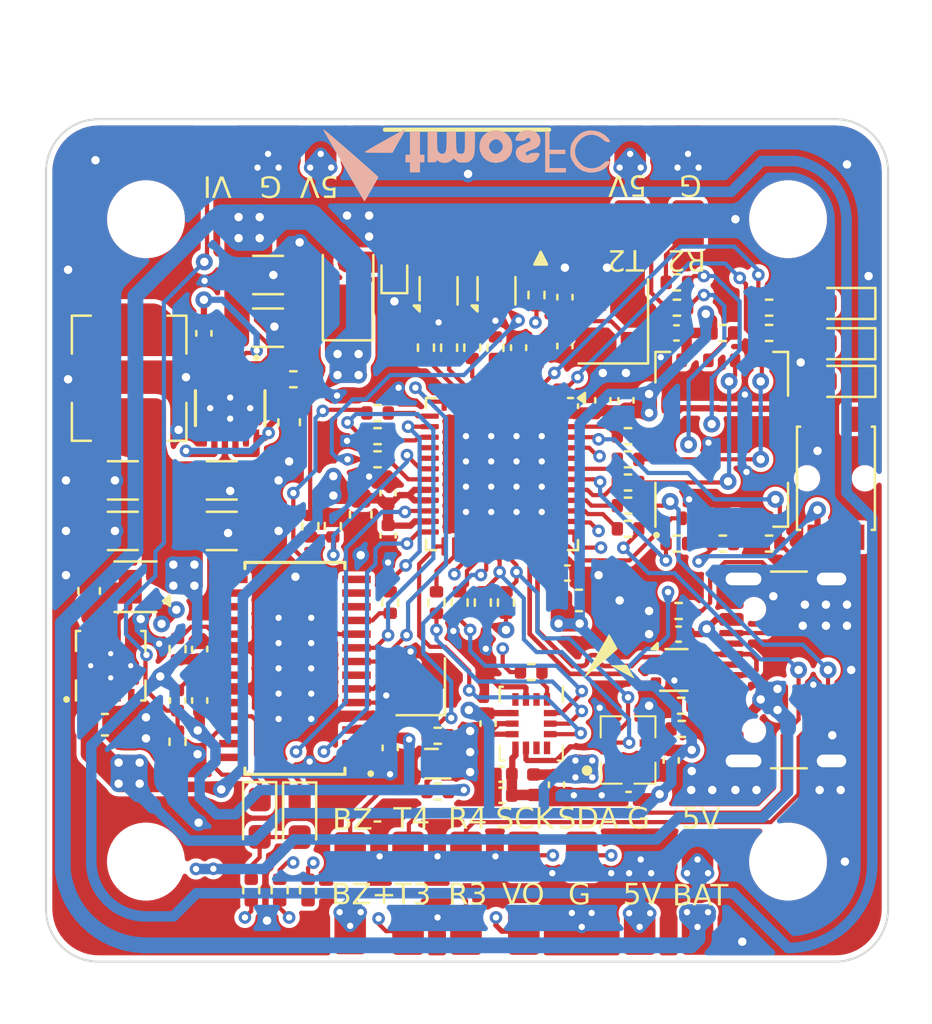
<source format=kicad_pcb>
(kicad_pcb (version 20240108) (generator "pcbnew") (generator_version "8.0")
  (layers (0 "F.Cu" signal) (1 "In1.Cu" signal) (2 "In2.Cu" signal) (31 "B.Cu" signal) (34 "B.Paste" user) (35 "F.Paste" user) (36 "B.SilkS" user "B.Silkscreen") (37 "F.SilkS" user "F.Silkscreen") (38 "B.Mask" user) (39 "F.Mask" user) (44 "Edge.Cuts" user))
  (net 0 "")
  (net 1 "GND")
  (net 2 "+3V3")
  (net 3 "/Connectors/USB_CC1")
  (net 5 "/Connectors/USB_CC2")
  (net 7 "/Connectors/CURRENT_SENSE_C")
  (net 8 "/Connectors/MOTOR3_C")
  (net 9 "/Connectors/MOTOR2_C")
  (net 10 "/Connectors/MOTOR1_C")
  (net 25 "+BATT_P")
  (net 26 "/Connectors/TELEMETRY_C")
  (net 27 "/Connectors/MOTOR4_C")
  (net 32 "+5V")
  (net 33 "/Power Management/BUCK_SW")
  (net 34 "/Power Management/BUCK_BST")
  (net 35 "/Power Management/BIAS")
  (net 36 "/Power Management/+5V_CORE")
  (net 37 "/MCU/MCU_~{RESET}")
  (net 38 "/MCU/MCU_OSC_IN")
  (net 39 "/MCU/MCU_OSC_OUT")
  (net 40 "/OSD/OSD_VIDEO_IN")
  (net 41 "/Connectors/VIDEO_CAM")
  (net 42 "/OSD/OSD_VIDEO_OUT")
  (net 43 "/OSD/VIDEO_OUT")
  (net 44 "/OSD/OSD_SAG")
  (net 45 "/IMU/+3V3_F")
  (net 46 "/Connectors/+5V_USB")
  (net 47 "/Connectors/+BATT")
  (net 48 "/MCU/LED2_A")
  (net 49 "/MCU/LED1_A")
  (net 50 "/MCU/LED0_A")
  (net 53 "/Connectors/UART2_RX_C")
  (net 54 "/Connectors/UART2_TX_C")
  (net 55 "/Connectors/USB_D+")
  (net 56 "/Connectors/USB_D-")
  (net 57 "/Connectors/UART4_TX_C")
  (net 58 "/Connectors/I2C_SDA")
  (net 59 "/Connectors/I2C_SCK")
  (net 60 "/Connectors/UART4_RX_C")
  (net 61 "/Connectors/VIDEO_VTX")
  (net 62 "/Connectors/UART3_TX_C")
  (net 63 "/Connectors/UART3_RX_C")
  (net 64 "/Connectors/BUZZER-")
  (net 65 "/MCU/BUZZER_CTRL_B")
  (net 66 "/Power Management/BUCK_SPS_EN")
  (net 67 "/MCU/OSD_SPI_SCK")
  (net 68 "/MCU/OSD_SPI_SCK_")
  (net 69 "/MCU/OSD_SPI_MOSI_")
  (net 70 "/MCU/OSD_SPI_MOSI")
  (net 71 "/MCU/MCU_VBAT_SENSE")
  (net 72 "/Flash Memory/FLASH_SPI_SCK")
  (net 73 "/MCU/FLASH_SPI_SCK_")
  (net 74 "/MCU/FLASH_SPI_MOSI_")
  (net 75 "/Flash Memory/FLASH_SPI_MOSI")
  (net 76 "/MCU/BOOT0")
  (net 77 "/IMU/IMU_SPI_SCK")
  (net 78 "/MCU/IMU_SPI_SCK_")
  (net 79 "/IMU/IMU_SPI_MOSI")
  (net 80 "/MCU/IMU_SPI_MOSI_")
  (net 81 "/MCU/LED_BLUE_EN")
  (net 82 "/MCU/LED_GREEN_EN")
  (net 83 "/MCU/LED_ORANGE_EN")
  (net 84 "/MCU/OSD_SPI_MISO")
  (net 85 "/OSD/OSD_SPI_MISO_")
  (net 86 "/OSD/OSD_~{RESET}")
  (net 87 "/IMU/IMU_SPI_MISO")
  (net 88 "/IMU/IMU_SPI_MISO_")
  (net 89 "/Flash Memory/FLASH_SPI_MISO")
  (net 90 "/Flash Memory/FLASH_SPI_MISO_")
  (net 91 "/Flash Memory/FLASH_~{WP}")
  (net 92 "/Flash Memory/FLASH_~{HOLD}")
  (net 93 "/Barometer/BARO_SDO")
  (net 94 "/Connectors/MOTOR_1")
  (net 95 "/Connectors/MOTOR_2")
  (net 96 "/Connectors/MOTOR_3")
  (net 97 "/Connectors/MOTOR_4")
  (net 98 "/Connectors/CURRENT_SENSE")
  (net 99 "/Connectors/TELEMETRY")
  (net 100 "/Connectors/UART2_RX")
  (net 101 "/Connectors/UART2_TX")
  (net 102 "/Connectors/UART4_RX")
  (net 103 "/Connectors/UART4_TX")
  (net 104 "/Connectors/UART3_RX")
  (net 105 "/Connectors/UART3_TX")
  (net 106 "/MCU/BUZZER_CTRL")
  (net 107 "/MCU/OSD_SPI_~{CS}")
  (net 108 "/IMU/IMU_SPI_~{CS}")
  (net 109 "/Flash Memory/FLASH_SPI_~{CS}")
  (net 110 "/OSD/OSD_OSC_IN")
  (net 111 "/OSD/OSD_OSC_FB")
  (footprint "Resistor_SMD:R_0402_1005Metric" (layer "F.Cu") (at 153.6 105.9)
    (property "Reference" "R10" (hide yes))
    (property "Value" "10k")
  )
  (footprint "LED_SMD:LED_0603_1608Metric" (layer "F.Cu") (at 157.1625 94.5 180)
    (property "Reference" "D6" (hide yes))
    (property "Value" "~")
  )
  (footprint "Resistor_SMD:R_0402_1005Metric" (layer "F.Cu") (at 137.3 96.6 90)
    (property "Reference" "R27" (hide yes))
    (property "Value" "33R")
  )
  (footprint "Resistor_SMD:R_0402_1005Metric" (layer "F.Cu") (at 137.8 108.7 90)
    (property "Reference" "R11" (hide yes))
    (property "Value" "33R")
  )
  (footprint "Resistor_SMD:R_0402_1005Metric" (layer "F.Cu") (at 146.9 104.1)
    (property "Reference" "R35" (hide yes))
    (property "Value" "33R")
  )
  (footprint "0_connector:SolderWirePads-1x6" (layer "F.Cu") (at 143.2 120.7 180)
    (property "Reference" "J5" (hide yes))
    (property "Value" "Conn_01x06")
  )
  (footprint "Capacitor_SMD:C_1206_3216Metric" (layer "F.Cu") (at 129.8 95.65)
    (property "Reference" "C2" (hide yes))
    (property "Value" "10u")
  )
  (footprint "Inductor_SMD:L_0402_1005Metric" (layer "F.Cu") (at 142.425 117.35 -90)
    (property "Reference" "FB1" (hide yes))
    (property "Value" "120R@100MHz")
  )
  (footprint "Resistor_SMD:R_0402_1005Metric" (layer "F.Cu") (at 137.86 115.025)
    (property "Reference" "R39" (hide yes))
    (property "Value" "1k")
  )
  (footprint "0_connector:SolderWirePads-1x3" (layer "F.Cu") (at 129.8 86.2 180)
    (property "Reference" "J4" (hide yes))
    (property "Value" "Conn_01x03")
  )
  (footprint "Capacitor_SMD:C_0402_1005Metric" (layer "F.Cu") (at 148.95 116.195 90)
    (property "Reference" "C32" (hide yes))
    (property "Value" "100n")
  )
  (footprint "0_package_dfn_qfn:DFN1010D-3" (layer "F.Cu") (at 138.36 116.35 -90)
    (property "Reference" "Q1" (hide yes))
    (property "Value" "BC817")
  )
  (footprint "Resistor_SMD:R_0402_1005Metric" (layer "F.Cu") (at 129 122.35 90)
    (property "Reference" "R19" (hide yes))
    (property "Value" "75R")
  )
  (footprint "Resistor_SMD:R_0402_1005Metric" (layer "F.Cu") (at 140.6 96.6 90)
    (property "Reference" "R30" (hide yes))
    (property "Value" "33R")
  )
  (footprint "Resistor_SMD:R_0402_1005Metric" (layer "F.Cu") (at 138.9 108.7 90)
    (property "Reference" "R12" (hide yes))
    (property "Value" "33R")
  )
  (footprint "Package_TO_SOT_SMD:SOT-553" (layer "F.Cu") (at 140.65 93.9 90)
    (property "Reference" "D8" (hide yes))
    (property "Value" "SP1001-04XTG")
  )
  (footprint "0_button:Wurth_436331045822" (layer "F.Cu") (at 156.775 102.8 90)
    (property "Reference" "SW1" (hide yes))
    (property "Value" "SW_Push")
  )
  (footprint "Resistor_SMD:R_0402_1005Metric" (layer "F.Cu") (at 149.3 109.1)
    (property "Reference" "R25" (hide yes))
    (property "Value" "5k1")
  )
  (footprint "Crystal:Crystal_SMD_2016-4Pin_2.0x1.6mm" (layer "F.Cu") (at 137.05 112.7 90)
    (property "Reference" "Y2" (hide yes))
    (property "Value" "27MHz")
  )
  (footprint "Capacitor_SMD:C_0402_1005Metric" (layer "F.Cu") (at 143.9 94.2 90)
    (property "Reference" "C20" (hide yes))
    (property "Value" "10p")
  )
  (footprint "Resistor_SMD:R_0402_1005Metric" (layer "F.Cu") (at 125.5 110.91 90)
    (property "Reference" "R18" (hide yes))
    (property "Value" "10k")
  )
  (footprint "0_connector:SolderWirePads-1x6" (layer "F.Cu") (at 143.2 124.3 180)
    (property "Reference" "J6" (hide yes))
    (property "Value" "Conn_01x06")
  )
  (footprint "Resistor_SMD:R_0402_1005Metric" (layer "F.Cu") (at 135 101.9 180)
    (property "Reference" "R31" (hide yes))
    (property "Value" "33R")
  )
  (footprint "Capacitor_SMD:C_0603_1608Metric" (layer "F.Cu") (at 122.05 114.5)
    (property "Reference" "C10" (hide yes))
    (property "Value" "4u7")
  )
  (footprint "Resistor_SMD:R_0402_1005Metric" (layer "F.Cu") (at 141.1 108.7 -90)
    (property "Reference" "R5" (hide yes))
    (property "Value" "10k")
  )
  (footprint "Capacitor_SMD:C_0402_1005Metric" (layer "F.Cu") (at 146.8 99.1 90)
    (property "Reference" "C12" (hide yes))
    (property "Value" "100n")
  )
  (footprint "Resistor_SMD:R_0402_1005Metric" (layer "F.Cu") (at 142.3 112)
    (property "Reference" "R20" (hide yes))
    (property "Value" "33R")
  )
  (footprint "0_logo:atmos-fc_arrow-logo" (layer "F.Cu") (at 146 111.25)
    (property "Reference" "G***" (hide yes))
    (property "Value" "LOGO" (hide yes))
  )
  (footprint "0_package_son:WSON-8-1EP_8x6mm_P1.27mm" (layer "F.Cu") (at 151.35 101 90)
    (property "Reference" "U6" (hide yes))
    (property "Value" "W25Q256JVE")
  )
  (footprint "Resistor_SMD:R_0402_1005Metric" (layer "F.Cu") (at 146.9 103 180)
    (property "Reference" "R8" (hide yes))
    (property "Value" "33R")
  )
  (footprint "0_inductor:L_Bourns_SRP5030CC" (layer "F.Cu") (at 123.2 98.1 -90)
    (property "Reference" "L1" (hide yes))
    (property "Value" "10u")
  )
  (footprint "Capacitor_SMD:C_0402_1005Metric" (layer "F.Cu") (at 141.7 96.6 -90)
    (property "Reference" "C18" (hide yes))
    (property "Value" "100n")
  )
  (footprint "Capacitor_SMD:C_0603_1608Metric" (layer "F.Cu") (at 121.3 108.15 90)
    (property "Reference" "C9" (hide yes))
    (property "Value" "4u7")
  )
  (footprint "Capacitor_SMD:C_0603_1608Metric" (layer "F.Cu") (at 144.57 108.6)
    (property "Reference" "C11" (hide yes))
    (property "Value" "4u7")
  )
  (footprint "Resistor_SMD:R_0402_1005Metric" (layer "F.Cu") (at 146.9 100.8)
    (property "Reference" "R15" (hide yes))
    (property "Value" "130R")
  )
  (footprint "Resistor_SMD:R_0402_1005Metric" (layer "F.Cu") (at 149.22 93.5 180)
    (property "Reference" "R33" (hide yes))
    (property "Value" "33R")
  )
  (footprint "Capacitor_SMD:C_0402_1005Metric" (layer "F.Cu") (at 126.55 110.91 -90)
    (property "Reference" "C22" (hide yes))
    (property "Value" "100n")
  )
  (footprint "Capacitor_SMD:C_0402_1005Metric" (layer "F.Cu") (at 149.2 95.9)
    (property "Reference" "C31" (hide yes))
    (property "Value" "100n")
  )
  (footprint "0_package_dfn_qfn:Maxim_TDFN-12-1EP_3x3mm_P0.5mm_EP1.7x2.5mm_ThermalVias" (layer "F.Cu") (at 128.000001 99.47 -90)
    (property "Reference" "U1" (hide yes))
    (property "Value" "MAX25232")
  )
  (footprint "Capacitor_SMD:C_0603_1608Metric" (layer "F.Cu") (at 130.8 100.14 -90)
    (property "Reference" "C4" (hide yes))
    (property "Value" "1u")
  )
  (footprint "Resistor_SMD:R_0402_1005Metric" (layer "F.Cu") (at 142.55 94.1 90)
    (property "Reference" "R32" (hide yes))
    (property "Value" "33R")
  )
  (footprint "0_package_so:TSSOP-28-1EP_4.4x9.7mm_P0.65mm_EP3.1x6.9mm" (layer "F.Cu") (at 131.075452 111.825 180)
    (property "Reference" "U4" (hide yes))
    (property "Value" "MAX7456")
  )
  (footprint "Capacitor_Tantalum_SMD:CP_EIA-2012-12_Kemet-R" (layer "F.Cu") (at 129.4 118.9375 -90)
    (property "Reference" "C25" (hide yes))
    (property "Value" "47u")
  )
  (footprint "Capacitor_SMD:C_1206_3216Metric" (layer "F.Cu") (at 122.9 105.3 180)
    (property "Reference" "C7" (hide yes))
    (property "Value" "22u")
  )
  (footprint "Capacitor_SMD:C_0402_1005Metric" (layer "F.Cu") (at 146.925 118.05)
    (property "Reference" "C33" (hide yes))
    (property "Value" "100n")
  )
  (footprint "Resistor_SMD:R_0402_1005Metric" (layer "F.Cu") (at 153.6 94.7)
    (property "Reference" "R13" (hide yes))
    (property "Value" "100R")
  )
  (footprint "Resistor_SMD:R_0402_1005Metric" (layer "F.Cu") (at 135 99.7 180)
    (property "Reference" "R2" (hide yes))
    (property "Value" "33R")
  )
  (footprint "Capacitor_SMD:C_1206_3216Metric" (layer "F.Cu") (at 122.9 102.9 180)
    (property "Reference" "C8" (hide yes))
    (property "Value" "22u")
  )
  (footprint "Connector_USB:USB_C_Receptacle_GCT_USB4105-xx-A_16P_TopMnt_Horizontal" (layer "F.Cu") (at 155.49 111.9 90)
    (property "Reference" "J3" (hide yes))
    (property "Value" "USB_C_Receptacle_USB2.0_16P")
  )
  (footprint "Capacitor_SMD:C_0402_1005Metric" (layer "F.Cu") (at 140.9 117.85)
    (property "Reference" "C28" (hide yes))
    (property "Value" "2u2")
  )
  (footprint "Capacitor_SMD:C_0402_1005Metric" (layer "F.Cu") (at 145.7 99.1 90)
    (property "Reference" "C15" (hide yes))
    (property "Value" "100n")
  )
  (footprint "Resistor_SMD:R_0402_1005Metric" (layer "F.Cu") (at 125.5 115.31 90)
    (property "Reference" "R16" (hide yes))
    (property "Value" "75R")
  )
  (footprint "Resistor_SMD:R_0402_1005Metric" (layer "F.Cu") (at 149.425 113.6)
    (property "Reference" "R26" (hide yes))
    (property "Value" "5k1")
  )
  (footprint "Resistor_SMD:R_0402_1005Metric" (layer "F.Cu") (at 131.81 105.075 90)
    (property "Reference" "R6" (hide yes))
    (property "Value" "47k")
  )
  (footprint "Capacitor_SMD:C_0402_1005Metric" (layer "F.Cu") (at 140.9 116.85)
    (property "Reference" "C29" (hide yes))
    (property "Value" "100n")
  )
  (footprint "Capacitor_SMD:C_0402_1005Metric" (layer "F.Cu") (at 140.25 114.45 90)
    (property "Reference" "C30" (hide yes))
    (property "Value" "10n")
  )
  (footprint "Resistor_SMD:R_0402_1005Metric" (layer "F.Cu") (at 138.4 96.6 90)
    (property "Reference" "R28" (hide yes))
    (property "Value" "33R")
  )
  (footprint "Capacitor_SMD:C_0402_1005Metric" (layer "F.Cu") (at 135.6 115.6 90)
    (property "Reference" "C24" (hide yes))
    (property "Value" "100n")
  )
  (footprint "Resistor_SMD:R_0402_1005Metric" (layer "F.Cu") (at 130.35 122.35 -90)
    (property "Reference" "R38" (hide yes))
    (property "Value" "33R")
  )
  (footprint "MountingHole:MountingHole_3.2mm_M3" (layer "F.Cu") (at 154.5 121)
    (property "Reference" "H1" (hide yes))
    (property "Value" "MountingHole")
  )
  (footprint "Resistor_SMD:R_0402_1005Metric" (layer "F.Cu") (at 151.4 105.9)
    (property "Reference" "R22" (hide yes))
    (property "Value" "47k")
  )
  (footprint "Diode_SMD:D_SOD-882" (layer "F.Cu") (at 135.8 93.2 90)
    (property "Reference" "D1" (hide yes))
    (property "Value" "D_TVS")
  )
  (footprint "0_connector:JST_SR_SM08B-SRSS-TB" (layer "F.Cu") (at 139.25 86.05 180)
    (property "Reference" "J2" (hide yes))
    (property "Value" "JST-SH 8p")
  )
  (footprint "Package_TO_SOT_SMD:SOT-553" (layer "F.Cu") (at 137.9 93.9 90)
    (property "Reference" "D7" (hide yes))
    (property "Value" "SP1001-04XTG")
  )
  (footprint "Package_TO_SOT_SMD:SOT-666" (layer "F.Cu") (at 149.075 111.9)
    (property "Reference" "U8" (hide yes))
    (property "Value" "USBLC6-2P6")
  )
  (footprint "Capacitor_SMD:C_0402_1005Metric" (layer "F.Cu") (at 135.5 103.505 90)
    (property "Reference" "C13" (hide yes))
    (property "Value" "100n")
  )
  (footprint "Resistor_SMD:R_0402_1005Metric" (layer "F.Cu") (at 139.5 96.6 90)
    (property "Reference" "R29" (hide yes))
    (property "Value" "33R")
  )
  (footprint "0_connector:SolderWirePads-2x1" (layer "F.Cu") (at 133.7 124.275)
    (property "Reference" "J7" (hide yes))
    (property "Value" "Conn_01x02")
  )
  (footprint "Package_SON:HUSON-3-1EP_2x2mm_P1.3mm_EP1.1x1.6mm" (layer "F.Cu") (at 123.5 107.95 180)
    (property "Reference" "D3" (hide yes))
    (property "Value" "PMEG2020CPASX")
  )
  (footprint "Resistor_SMD:R_0402_1005Metric" (layer "F.Cu") (at 146.9 101.9 180)
    (property "Reference" "R9" (hide yes))
    (property "Value" "33R")
  )
  (footprint "Resistor_SMD:R_0402_1005Metric" (layer "F.Cu") (at 140 108.7 -90)
    (property "Reference" "R4" (hide yes))
    (property "Value" "10k")
  )
  (footprint "Resistor_SMD:R_0402_1005Metric" (layer "F.Cu") (at 131.7 122.35 -90)
    (property "Reference" "R37" (hide yes))
    (property "Value" "33R")
  )
  (footprint "Capacitor_SMD:C_0402_1005Metric" (layer "F.Cu") (at 126.55 113.35 -90)
    (property "Reference" "C23" (hide yes))
    (property "Value" "100n")
  )
  (footprint "MountingHole:MountingHole_3.2mm_M3" (layer "F.Cu") (at 124 121)
    (property "Reference" "H4" (hide yes))
    (property "Value" "MountingHole")
  )
  (footprint "0_package_dfn_qfn:DFN3820A" (layer "F.Cu") (at 133.6 93.6 90)
    (property "Reference" "D2" (hide yes))
    (property "Value" "D_Schottky")
  )
  (footprint "MountingHole:MountingHole_3.2mm_M3" (layer "F.Cu") (at 124 90.5)
    (property "Reference" "H2" (hide yes))
    (property "Value" "MountingHole")
  )
  (footprint "MountingHole:MountingHole_3.2mm_M3" (layer "F.Cu") (at 154.5 90.5)
    (property "Reference" "H3" (hide yes))
    (property "Value" "MountingHole")
  )
  (footprint "0_package_lga:Infineon_PG-VLGA-8-2" (layer "F.Cu") (at 146.9 115.7 90)
    (property "Reference" "U7" (hide yes))
    (property "Value" "DPS368XTSA1")
  )
  (footprint "Capacitor_SMD:C_0402_1005Metric" (layer "F.Cu") (at 135.5 105.505 -90)
    (property "Reference" "C16" (hide yes))
    (property "Value" "100n")
  )
  (footprint "Resistor_SMD:R_0402_1005Metric" (layer "F.Cu") (at 149.215 105.9)
    (property "Reference" "R21" (hide yes))
    (property "Value" "33R")
  )
  (footprint "Capacitor_SMD:C_1206_3216Metric" (layer "F.Cu") (at 129.8 93.15)
    (property "Reference" "C1" (hide yes))
    (property "Value" "10u")
  )
  (footprint "Resistor_SMD:R_0402_1005Metric" (layer "F.Cu") (at 153.6 95.9)
    (property "Reference" "R14" (hide yes))
    (property "Value" "220R")
  )
  (footprint "Capacitor_SMD:C_1206_3216Metric" (layer "F.Cu") (at 127.6 105.3)
    (property "Reference" "C6" (hide yes))
    (property "Value" "22u")
  )
  (footprint "Resistor_SMD:R_0402_1005Metric" (layer "F.Cu") (at 137.86 117.675 180)
    (property "Reference" "R40" (hide yes))
    (property "Value" "DNP")
  )
  (footprint "Resistor_SMD:R_0402_1005Metric" (layer "F.Cu") (at 151.4 95.9)
    (property "Reference" "R23" (hide yes))
    (property "Value" "47k")
  )
  (footprint "Capacitor_SMD:C_0402_1005Metric" (layer "F.Cu") (at 125.5 113.35 -90)
    (property "Reference" "C21" (hide yes))
    (property "Value" "100n")
  )
  (footprint "Capacitor_SMD:C_1206_3216Metric" (layer "F.Cu") (at 127.6 102.9)
    (property "Reference" "C5" (hide yes))
    (property "Value" "22u")
  )
  (footprint "Resistor_SMD:R_0402_1005Metric" (layer "F.Cu") (at 131 98.1 180)
    (property "Reference" "R1" (hide yes))
    (property "Value" "20k")
  )
  (footprint "0_package_son:VSON-8-1EP_3x3mm_P0.65mm_EP1.65x2.4mm_ThermalVias" (layer "F.Cu") (at 122.325 111.7 90)
    (property "Reference" "U2" (hide yes))
    (property "Value" "TPS78533BQDRBRQ1")
  )
  (footprint "Capacitor_SMD:C_0402_1005Metric" (layer "F.Cu") (at 143.9 96.52 -90)
    (property "Reference" "C19" (hide yes))
    (property "Value" "10p")
  )
  (footprint "Resistor_SMD:R_0402_1005Metric" (layer "F.Cu") (at 149.45 114.7 180)
    (property "Reference" "R24" (hide yes))
    (property "Value" "47k")
  )
  (footprint "Capacitor_SMD:C_0603_1608Metric" (layer "F.Cu") (at 134.2 104.525 -90)
    (property "Reference" "C17" (hide yes))
    (property "Value" "4u7")
  )
  (footprint "Capacitor_SMD:C_0402_1005Metric" (layer "F.Cu") (at 144.02 107.3)
    (property "Reference" "C14" (hide yes))
    (property "Value" "100n")
  )
  (footprint "0_crystal:Crystal_SMD_ECS_ECX33_4Pin_3.2x2.5mm" (layer "F.Cu") (at 146.2 95.35 90)
    (property "Reference" "Y1" (hide yes))
    (property "Value" "8MHz")
  )
  (footprint "Capacitor_SMD:C_0402_1005Metric" (layer "F.Cu") (at 149.3 110.2 180)
    (property "Reference" "C34" (hide yes))
    (property "Value" "100n")
  )
  (footprint "0_sensor:ICM-42688-P" (layer "F.Cu") (at 142.3 114.45 -90)
    (property "Reference" "U5" (hide yes))
    (property "Value" "IIM42352" (hide yes))
  )
  (footprint "Capacitor_SMD:C_0402_1005Metric" (layer "F.Cu") (at 126.75 95.92 -90)
    (property "Reference" "C3" (hide yes))
    (property "Value" "100n")
  )
  (footprint "Resistor_SMD:R_0402_1005Metric" (layer "F.Cu") (at 149.22 94.7 180)
    (property "Reference" "R34" (hide yes))
    (property "Value" "33R")
  )
  (footprint "Package_DFN_QFN:QFN-48-1EP_7x7mm_P0.5mm_EP5.6x5.6mm" (layer "F.Cu") (at 140.9125 102.6 -90)
    (property "Reference" "U3" (hide yes))
    (property "Value" "STM32G473CEU6")
  )
  (footprint "Resistor_SMD:R_0402_1005Metric" (layer "F.Cu") (at 146.9 105.2)
    (property "Reference" "R36" (hide yes))
    (property "Value" "33R")
  )
  (footprint "0_connector:SolderWirePads-2x4" (layer "F.Cu") (at 148.35 86.525 180)
    (property "Reference" "J1" (hide yes))
    (property "Value" "Conn_01x04")
  )
  (footprint "LED_SMD:LED_0603_1608Metric" (layer "F.Cu") (at 157.1625 96.41 180)
    (property "Reference" "D5" (hide yes))
    (property "Value" "~")
  )
  (footprint "LED_SMD:LED_0603_1608Metric" (layer "F.Cu") (at 157.1625 98.2 180)
    (property "Reference" "D4" (hide yes))
    (property "Value" "~")
  )
  (footprint "Resistor_SMD:R_0402_1005Metric" (layer "F.Cu") (at 135.6 108.7 -90)
    (property "Reference" "R17" (hide yes))
    (property "Value" "33R")
  )
  (footprint "Resistor_SMD:R_0402_1005Metric" (layer "F.Cu") (at 132.875 105.075 -90)
    (property "Reference" "R7" (hide yes))
    (property "Value" "4.7k")
  )
  (footprint "Resistor_SMD:R_0402_1005Metric" (layer "F.Cu") (at 135 100.8 180)
    (property "Reference" "R3" (hide yes))
    (property "Value" "33R")
  )
  (footprint "Capacitor_Tantalum_SMD:CP_EIA-2012-12_Kemet-R" (layer "F.Cu") (at 131.3 118.95 -90)
    (property "Reference" "C26" (hide yes))
    (property "Value" "47u")
  )
  (footprint "Capacitor_SMD:C_0402_1005Metric" (layer "F.Cu") (at 143.5 117.35 90)
    (property "Reference" "C27" (hide yes))
    (property "Value" "2u2")
  )
  (footprint "0_logo:atmos-fc_logo" (layer "B.Cu") (at 139.298421 87.499222)
    (property "Reference" "G***" (hide yes))
    (property "Value" "LOGO" (hide yes))
  )
  (gr_arc (start 119.25 88.25) (mid 119.982233 86.482233) (end 121.75 85.75) (stroke (width 0.1)) (layer "Edge.Cuts"))
  (gr_line (start 121.75 125.75) (end 156.75 125.75) (stroke (width 0.1)) (layer "Edge.Cuts"))
  (gr_line (start 159.25 123.25) (end 159.25 88.25) (stroke (width 0.1)) (layer "Edge.Cuts"))
  (gr_arc (start 156.75 85.75) (mid 158.517767 86.482233) (end 159.25 88.25) (stroke (width 0.1)) (layer "Edge.Cuts"))
  (gr_line (start 119.25 123.25) (end 119.25 88.25) (stroke (width 0.1)) (layer "Edge.Cuts"))
  (gr_arc (start 159.25 123.25) (mid 158.517767 125.017767) (end 156.75 125.75) (stroke (width 0.1)) (layer "Edge.Cuts"))
  (gr_arc (start 121.75 125.75) (mid 119.982233 125.017767) (end 119.25 123.25) (stroke (width 0.1)) (layer "Edge.Cuts"))
  (gr_line (start 121.75 85.75) (end 156.75 85.75) (stroke (width 0.1)) (layer "Edge.Cuts"))
  (gr_text "5V" (at 147.8 88.25 180) (layer "F.SilkS") (effects (font (size 1 1)) (justify left bottom)))
  (gr_text "T3" (at 135.8 123.2 0) (layer "F.SilkS") (effects (font (size 1 1)) (justify left bottom)))
  (gr_text "R2" (at 150.6 91.8 180) (layer "F.SilkS") (effects (font (size 1 1)) (justify left bottom)))
  (gr_text "SCK" (at 140.6 119.6 0) (layer "F.SilkS") (effects (font (size 1 1)) (justify left bottom)))
  (gr_text "BAT" (at 149 123.25 0) (layer "F.SilkS") (effects (font (size 1 1) (thickness 0.1125)) (justify left bottom)))
  (gr_text "5V" (at 133.15 88.3 180) (layer "F.SilkS") (effects (font (size 1 1)) (justify left bottom)))
  (gr_text "G" (at 130.45 88.3 180) (layer "F.SilkS") (effects (font (size 1 1)) (justify left bottom)))
  (gr_text "SDA" (at 143.55 119.6 0) (layer "F.SilkS") (effects (font (size 1 1)) (justify left bottom)))
  (gr_text "G" (at 150.4 88.25 180) (layer "F.SilkS") (effects (font (size 1 1)) (justify left bottom)))
  (gr_text "5V" (at 146.65 123.2 0) (layer "F.SilkS") (effects (font (size 1 1)) (justify left bottom)))
  (gr_text "T4" (at 135.75 119.6 0) (layer "F.SilkS") (effects (font (size 1 1)) (justify left bottom)))
  (gr_text "R4" (at 138.35 119.6 0) (layer "F.SilkS") (effects (font (size 1 1)) (justify left bottom)))
  (gr_text "R3" (at 138.35 123.2 0) (layer "F.SilkS") (effects (font (size 1 1)) (justify left bottom)))
  (gr_text "T2" (at 147.65 91.8 180) (layer "F.SilkS") (effects (font (size 1 1)) (justify left bottom)))
  (gr_text "5V" (at 149.45 119.6 0) (layer "F.SilkS") (effects (font (size 1 1)) (justify left bottom)))
  (gr_text "BZ-" (at 132.85 119.65 0) (layer "F.SilkS") (effects (font (size 1 1)) (justify left bottom)))
  (gr_text "G" (at 146.85 119.6 0) (layer "F.SilkS") (effects (font (size 1 1)) (justify left bottom)))
  (gr_text "VI" (at 128.075 88.3 180) (layer "F.SilkS") (effects (font (size 1 1)) (justify left bottom)))
  (gr_text "G" (at 144.05 123.2 0) (layer "F.SilkS") (effects (font (size 1 1)) (justify left bottom)))
  (gr_text "VO" (at 140.9 123.2 0) (layer "F.SilkS") (effects (font (size 1 1)) (justify left bottom)))
  (gr_text "BZ+" (at 132.8 123.2 0) (layer "F.SilkS") (effects (font (size 1 1)) (justify left bottom)))
  (segment (start 151.81 115.1) (end 151.81 115.645) (width 0.5) (layer "F.Cu") (net 1))
  (segment (start 142.05 115.6) (end 142.05 116.15) (width 0.25) (layer "F.Cu") (net 1))
  (segment (start 140.27 114.95) (end 140.25 114.93) (width 0.25) (layer "F.Cu") (net 1))
  (segment (start 142.05 113.3) (end 142.05 112.75) (width 0.25) (layer "F.Cu") (net 1))
  (segment (start 140.737609 114.45) (end 140.612609 114.575) (width 0.25) (layer "F.Cu") (net 1))
  (segment (start 151.81 108.155) (end 152.385 107.58) (width 0.5) (layer "F.Cu") (net 1))
  (segment (start 142.1 116.2) (end 143.5 116.2) (width 0.25) (layer "F.Cu") (net 1))
  (segment (start 140.612609 114.575) (end 140.605 114.575) (width 0.25) (layer "F.Cu") (net 1))
  (segment (start 141.4 114.45) (end 140.737609 114.45) (width 0.25) (layer "F.Cu") (net 1))
  (segment (start 141.4 114.95) (end 140.27 114.95) (width 0.25) (layer "F.Cu") (net 1))
  (segment (start 142.05 112.75) (end 142 112.7) (width 0.25) (layer "F.Cu") (net 1))
  (segment (start 144.15 115.55) (end 144.45 115.55) (width 0.25) (layer "F.Cu") (net 1))
  (segment (start 140.8 112.7) (end 140.3 112.2) (width 0.25) (layer "F.Cu") (net 1))
  (segment (start 144.45 115.55) (end 144.8 115.55) (width 0.25) (layer "F.Cu") (net 1))
  (segment (start 142.05 116.15) (end 142.1 116.2) (width 0.25) (layer "F.Cu") (net 1))
  (segment (start 140.605 114.575) (end 140.25 114.93) (width 0.25) (layer "F.Cu") (net 1))
  (segment (start 151.81 115.645) (end 152.385 116.22) (width 0.5) (layer "F.Cu") (net 1))
  (segment (start 142 112.7) (end 140.8 112.7) (width 0.25) (layer "F.Cu") (net 1))
  (segment (start 151.81 108.7) (end 151.81 108.155) (width 0.5) (layer "F.Cu") (net 1))
  (segment (start 143.5 116.2) (end 144.15 115.55) (width 0.25) (layer "F.Cu") (net 1))
  (segment (start 131.3 93.125) (end 131.275 93.15) (width 0.5) (layer "F.Cu") (net 1))
  (via (at 130.3 111.825) (size 0.6) (drill 0.3) (layers "F.Cu" "B.Cu") (net 1))
  (via (at 125.5495 100.5) (size 0.8) (drill 0.4) (layers "F.Cu" "B.Cu") (net 1))
  (via (at 152.45 98.825) (size 0.6) (drill 0.3) (layers "F.Cu" "B.Cu") (net 1))
  (via (at 143.3 121.55) (size 0.6) (drill 0.3) (layers "F.Cu" "B.Cu") (net 1))
  (via (at 152 90.5) (size 0.8) (drill 0.4) (layers "F.Cu" "B.Cu") (net 1))
  (via (at 131.85 109.425) (size 0.6) (drill 0.3) (layers "F.Cu" "B.Cu") (net 1))
  (via (at 130.3 105.3) (size 0.8) (drill 0.4) (layers "F.Cu" "B.Cu") (net 1))
  (via (at 141.6 104.4) (size 0.6) (drill 0.3) (layers "F.Cu" "B.Cu") (net 1))
  (via (at 130.3 88.05) (size 0.6) (drill 0.3) (layers "F.Cu" "B.Cu") (net 1))
  (via (at 136 98.4995) (size 0.6) (drill 0.3) (layers "F.Cu" "B.Cu") (net 1))
  (via (at 127.9 105.4) (size 0.8) (drill 0.4) (layers "F.Cu" "B.Cu") (net 1))
  (via (at 146.1 121.55) (size 0.6) (drill 0.3) (layers "F.Cu" "B.Cu") (net 1))
  (via (at 145.551089 113.698911) (size 0.6) (drill 0.3) (layers "F.Cu" "B.Cu") (net 1))
  (via (at 140.6 95.3205) (size 0.6) (drill 0.3) (layers "F.Cu" "B.Cu") (net 1))
  (via (at 144.7 124.1005) (size 0.6) (drill 0.3) (layers "F.Cu" "B.Cu") (net 1))
  (via (at 147.9 113.6) (size 0.8) (drill 0.4) (layers "F.Cu" "B.Cu") (net 1))
  (via (at 133.55 90.325) (size 0.8) (drill 0.4) (layers "F.Cu" "B.Cu") (net 1))
  (via (at 137.85 123.65) (size 0.6) (drill 0.3) (layers "F.Cu" "B.Cu") (net 1))
  (via (at 146.8 97.8) (size 0.8) (drill 0.4) (layers "F.Cu" "B.Cu") (net 1))
  (via (at 139.2 104.4) (size 0.6) (drill 0.3) (layers "F.Cu" "B.Cu") (net 1))
  (via (at 149.8 103.8) (size 0.6) (drill 0.3) (layers "F.Cu" "B.Cu") (net 1))
  (via (at 142.8 100.8) (size 0.6) (drill 0.3) (layers "F.Cu" "B.Cu") (net 1))
  (via (at 141.6 100.8) (size 0.6) (drill 0.3) (layers "F.Cu" "B.Cu") (net 1))
  (via (at 139.4 115.8) (size 0.8) (drill 0.4) (layers "F.Cu" "B.Cu") (net 1))
  (via (at 156 117.6) (size 0.8) (drill 0.4) (layers "F.Cu" "B.Cu") (net 1))
  (via (at 121.6 87.7) (size 0.8) (drill 0.4) (layers "F.Cu" "B.Cu") (net 1))
  (via (at 142.8 104.4) (size 0.6) (drill 0.3) (layers "F.Cu" "B.Cu") (net 1))
  (via (at 156.3 109.8) (size 0.8) (drill 0.4) (layers "F.Cu" "B.Cu") (net 1))
  (via (at 139.2 103.2) (size 0.6) (drill 0.3) (layers "F.Cu" "B.Cu") (net 1))
  (via (at 131.85 113.025) (size 0.6) (drill 0.3) (layers "F.Cu" "B.Cu") (net 1))
  (via (at 145.17 123.44) (size 0.6) (drill 0.3) (layers "F.Cu" "B.Cu") (net 1))
  (via (at 148.45 97.05) (size 0.6) (drill 0.3) (layers "F.Cu" "B.Cu") (net 1))
  (via (at 157.3 109.8) (size 0.8) (drill 0.4) (layers "F.Cu" "B.Cu") (net 1))
  (via (at 135.594313 116.85) (size 0.6) (drill 0.3) (layers "F.Cu" "B.Cu") (net 1))
  (via (at 152.525 102.5) (size 0.6) (drill 0.3) (layers "F.Cu" "B.Cu") (net 1))
  (via (at 129.75 123.8) (size 0.8) (drill 0.4) (layers "F.Cu" "B.Cu") (net 1))
  (via (at 131.1 107.475) (size 0.8) (drill 0.4) (layers "F.Cu" "B.Cu") (net 1))
  (via (at 137.9 95.4) (size 0.6) (drill 0.3) (layers "F.Cu" "B.Cu") (net 1))
  (via (at 156.6 115) (size 0.8) (drill 0.4) (layers "F.Cu" "B.Cu") (net 1))
  (via (at 135.8 94.4) (size 0.8) (drill 0.4) (layers "F.Cu" "B.Cu") (net 1))
  (via (at 138.6 110.05) (size 0.6) (drill 0.3) (layers "F.Cu" "B.Cu") (net 1))
  (via (at 137.85 120.75) (size 0.6) (drill 0.3) (layers "F.Cu" "B.Cu") (net 1))
  (via (at 139.2 100.8) (size 0.6) (drill 0.3) (layers "F.Cu" "B.Cu") (net 1))
  (via (at 130.3 114.225) (size 0.6) (drill 0.3) (layers "F.Cu" "B.Cu") (net 1))
  (via (at 131.85 114.225) (size 0.6) (drill 0.3) (layers "F.Cu" "B.Cu") (net 1))
  (via (at 130.3 109.425) (size 0.6) (drill 0.3) (layers "F.Cu" "B.Cu") (net 1))
  (via (at 144.325 117.85) (size 0.6) (drill 0.3) (layers "F.Cu" "B.Cu") (net 1))
  (via (at 131.3 91.6) (size 0.8) (drill 0.4) (layers "F.Cu" "B.Cu") (net 1))
  (via (at 155.9 101.5) (size 0.8) (drill 0.4) (layers "F.Cu" "B.Cu") (net 1))
  (via (at 124 115.15) (size 0.8) (drill 0.4) (layers "F.Cu" "B.Cu") (net 1))
  (via (at 130.1 95.6) (size 0.8) (drill 0.4) (layers "F.Cu" "B.Cu") (net 1))
  (via (at 130.3 113.025) (size 0.6) (drill 0.3) (layers "F.Cu" "B.Cu") (net 1))
  (via (at 140.4 104.4) (size 0.6) (drill 0.3) (layers "F.Cu" "B.Cu") (net 1))
  (via (at 120.3 98.1) (size 0.8) (drill 0.4) (layers "F.Cu" "B.Cu") (net 1))
  (via (at 149.75 87.4) (size 0.6) (drill 0.3) (layers "F.Cu" "B.Cu") (net 1))
  (via (at 142.8 103.2) (size 0.6) (drill 0.3) (layers "F.Cu" "B.Cu") (net 1))
  (via (at 152.325 124.8) (size 0.8) (drill 0.4) (layers "F.Cu" "B.Cu") (net 1))
  (via (at 120.3 92.9) (size 0.8) (drill 0.4) (layers "F.Cu" "B.Cu") (net 1))
  (via (at 124.625197 110.657064) (size 0.6) (drill 0.3) (layers "F.Cu" "B.Cu") (net 1))
  (via (at 140.14425 110.896428) (size 0.6) (drill 0.3) (layers "F.Cu" "B.Cu") (net 1))
  (via (at 153 117.6) (size 0.8) (drill 0.4) (layers "F.Cu" "B.Cu") (net 1))
  (via (at 131.85 111.825) (size 0.6) (drill 0.3) (layers "F.Cu" "B.Cu") (net 1))
  (via (at 128 103.4) (size 0.8) (drill 0.4) (layers "F.Cu" "B.Cu") (net 1))
  (via (at 157 117.6) (size 0.8) (drill 0.4) (layers "F.Cu" "B.Cu") (net 1))
  (via (at 120.2 105.3) (size 0.8) (drill 0.4) (layers "F.Cu" "B.Cu") (net 1))
  (via (at 156.3 108.8) (size 0.8) (drill 0.4) (layers "F.Cu" "B.Cu") (net 1))
  (via (at 134.6 91.325) (size 0.8) (drill 0.4) (layers "F.Cu" "B.Cu") (net 1))
  (via (at 145.9 92.8) (size 0.8) (drill 0.4) (layers "F.Cu" "B.Cu") (net 1))
  (via (at 133.55 101.025) (size 0.6) (drill 0.3) (layers "F.Cu" "B.Cu") (net 1))
  (via (at 147.5 120.9) (size 0.6) (drill 0.3) (layers "F.Cu" "B.Cu") (net 1))
  (via (at 148 121.55) (size 0.6) (drill 0.3) (layers "F.Cu" "B.Cu") (net 1))
  (via (at 152 117.6) (size 0.8) (drill 0.4) (layers "F.Cu" "B.Cu") (net 1))
  (via (at 144.23 123.44) (size 0.6) (drill 0.3) (layers "F.Cu" "B.Cu") (net 1))
  (via (at 125.9 98) (size 0.8) (drill 0.4) (layers "F.Cu" "B.Cu") (net 1))
  (via (at 143.9 92.8) (size 0.8) (drill 0.4) (layers "F.Cu" "B.Cu") (net 1))
  (via (at 130.3 102.9) (size 0.8) (drill 0.4) (layers "F.Cu" "B.Cu") (net 1))
  (via (at 141.6 103.2) (size 0.6) (drill 0.3) (layers "F.Cu" "B.Cu") (net 1))
  (via (at 150.25 88.05) (size 0.6) (drill 0.3) (layers "F.Cu" "B.Cu") (net 1))
  (via (at 122.5255 105.3) (size 0.8) (drill 0.4) (layers "F.Cu" "B.Cu") (net 1))
  (via (at 130.8 102) (size 0.8) (drill 0.4) (layers "F.Cu" "B.Cu") (net 1))
  (via (at 130.05 93.15) (size 0.8) (drill 0.4) (layers "F.Cu" "B.Cu") (net 1))
  (via (at 122.5255 102.9) (size 0.8) (drill 0.4) (layers "F.Cu" "B.Cu") (net 1))
  (via (at 150.9 117.6) (size 0.8) (drill 0.4) (layers "F.Cu" "B.Cu") (net 1))
  (via (at 145.5 107.3995) (size 0.8) (drill 0.4) (layers "F.Cu" "B.Cu") (net 1))
  (via (at 157.3 87.9) (size 0.8) (drill 0.4) (layers "F.Cu" "B.Cu") (net 1))
  (via (at 157.5 111.9) (size 0.8) (drill 0.4) (layers "F.Cu" "B.Cu") (net 1))
  (via (at 134.1995 106.45) (size 0.8) (drill 0.4) (layers "F.Cu" "B.Cu") (net 1))
  (via (at 150.718544 101.111769) (size 0.6) (drill 0.3) (layers "F.Cu" "B.Cu") (net 1))
  (via (at 155.3 108.8) (size 0.8) (drill 0.4) (layers "F.Cu" "B.Cu") (net 1))
  (via (at 126.5 119.15) (size 0.8) (drill 0.4) (layers "F.Cu" "B.Cu") (net 1))
  (via (at 135.412235 113.112235) (size 0.6) (drill 0.3) (layers "F.Cu" "B.Cu") (net 1))
  (via (at 139.2 102) (size 0.6) (drill 0.3) (layers "F.Cu" "B.Cu") (net 1))
  (via (at 139.4 114.8) (size 0.8) (drill 0.4) (layers "F.Cu" "B.Cu") (net 1))
  (via (at 157.3 108.8) (size 0.8) (drill 0.4) (layers "F.Cu" "B.Cu") (net 1))
  (via (at 139.3 88.3505) (size 0.8) (drill 0.4) (layers "F.Cu" "B.Cu") (net 1))
  (via (at 135.1 120.75) (size 0.6) (drill 0.3) (layers "F.Cu" "B.Cu") (net 1))
  (via (at 140.6 120.75) (size 0.6) (drill 0.3) (layers "F.Cu" "B.Cu") (net 1))
  (via (at 134.6 90.325) (size 0.8) (drill 0.4) (layers "F.Cu" "B.Cu") (net 1))
  (via (at 147.9 109.1) (size 0.8) (drill 0.4) (layers "F.Cu" "B.Cu") (net 1))
  (via (at 120.2 102.9) (size 0.8) (drill 0.4) (layers "F.Cu" "B.Cu") (net 1))
  (via (at 142.8 102) (size 0.6) (drill 0.3) (layers "F.Cu" "B.Cu") (net 1))
  (via (at 149.1 112.4) (size 0.6) (drill 0.3) (layers "F.Cu" "B.Cu") (net 1))
  (via (at 131.775001 116.25) (size 0.6) (drill 0.3) (layers "F.Cu" "B.Cu") (net 1))
  (via (at 133.075 98.875) (size 0.6) (drill 0.3) (layers "F.Cu" "B.Cu") (net 1))
  (via (at 155.7 112.6) (size 0.6) (drill 0.3) (layers "F.Cu" "B.Cu") (net 1))
  (via (at 124 114.15) (size 0.8) (drill 0.4) (layers "F.Cu" "B.Cu") (net 1))
  (via (at 149.25 88.05) (size 0.6) (drill 0.3) (layers "F.Cu" "B.Cu") (net 1))
  (via (at 123.749455 109.479977) (size 0.8) (drill 0.4) (layers "F.Cu" "B.Cu") (net 1))
  (via (at 149.9 117.6) (size 0.8) (drill 0.4) (layers "F.Cu" "B.Cu") (net 1))
  (via (at 134.6 102.7195) (size 0.6) (drill 0.3) (layers "F.Cu" "B.Cu") (net 1))
  (via (at 139.4 116.75) (size 0.8) (drill 0.4) (layers "F.Cu" "B.Cu") (net 1))
  (via (at 153.8005 108.4) (size 0.8) (drill 0.4) (layers "F.Cu" "B.Cu") (net 1))
  (via (at 130.3 110.625) (size 0.6) (drill 0.3) (layers "F.Cu" "B.Cu") (net 1))
  (via (at 126.4505 115.9) (size 0.8) (drill 0.4) (layers "F.Cu" "B.Cu") (net 1))
  (via (at 146.95 121.55) (size 0.6) (drill 0.3) (layers "F.Cu" "B.Cu") (net 1))
  (via (at 140.4 103.2) (size 0.6) (drill 0.3) (layers "F.Cu" "B.Cu") (net 1))
  (via (at 136.56926 111.025602) (size 0.6) (drill 0.3) (layers "F.Cu" "B.Cu") (net 1))
  (via (at 155.1 97.3) (size 0.8) (drill 0.4) (layers "F.Cu" "B.Cu") (net 1))
  (via (at 155.2 109.8) (size 0.8) (drill 0.4) (layers "F.Cu" "B.Cu") (net 1))
  (via (at 146.5 108.6) (size 0.8) (drill 0.4) (layers "F.Cu" "B.Cu") (net 1))
  (via (at 145.65 117.85) (size 0.6) (drill 0.3) (layers "F.Cu" "B.Cu") (net 1))
  (via (at 157.2 121) (size 0.8) (drill 0.4) (layers "F.Cu" "B.Cu") (net 1))
  (via (at 145.7 97.8) (size 0.8) (drill 0.4) (layers "F.Cu" "B.Cu") (net 1))
  (via (at 135.5 106.8) (size 0.6) (drill 0.3) (layers "F.Cu" "B.Cu") (net 1))
  (via (at 149.925 116.7) (size 0.8) (drill 0.4) (layers "F.Cu" "B.Cu") (net 1))
  (via (at 120.2 107.4) (size 0.8) (drill 0.4) (layers "F.Cu" "B.Cu") (net 1))
  (via (at 129.8 87.4) (size 0.6) (drill 0.3) (layers "F.Cu" "B.Cu") (net 1))
  (via (at 126.782105 93.426071) (size 0.6) (drill 0.3) (layers "F.Cu" "B.Cu") (net 1))
  (via (at 141.6 102) (size 0.6) (drill 0.3) (layers "F.Cu" "B.Cu") (net 1))
  (via (at 158.325 93.2) (size 0.8) (drill 0.4) (layers "F.Cu" "B.Cu") (net 1))
  (via (at 131.85 110.625) (size 0.6) (drill 0.3) (layers "F.Cu" "B.Cu") (net 1))
  (via (at 140.4 100.8) (size 0.6) (drill 0.3) (layers "F.Cu" "B.Cu") (net 1))
  (via (at 147.9 110.2) (size 0.8) (drill 0.4) (layers "F.Cu" "B.Cu") (net 1))
  (via (at 129.3 88.05) (size 0.6) (drill 0.3) (layers "F.Cu" "B.Cu") (net 1))
  (via (at 140.4 102) (size 0.6) (drill 0.3) (layers "F.Cu" "B.Cu") (net 1))
  (segment (start 152.385 107.58) (end 154.18 107.58) (width 0.5) (layer "B.Cu") (net 1))
  (segment (start 148.292685 115.35) (end 148.642685 115.7) (width 0.5) (layer "F.Cu") (net 2))
  (segment (start 147.405 116.97) (end 147.725 116.65) (width 0.5) (layer "F.Cu") (net 2))
  (segment (start 136.75 103.85) (end 136.5 103.6) (width 0.3) (layer "F.Cu") (net 2))
  (segment (start 122.85 117.45) (end 122.7 117.3) (width 0.5) (layer "F.Cu") (net 2))
  (segment (start 148.2 118) (end 147.405 118) (width 0.5) (layer "F.Cu") (net 2))
  (segment (start 140 109.35) (end 140 109.21) (width 0.2) (layer "F.Cu") (net 2))
  (segment (start 147.78 99.58) (end 147.9 99.46) (width 0.75) (layer "F.Cu") (net 2))
  (segment (start 143.6 109.7) (end 143.6 108.795) (width 0.75) (layer "F.Cu") (net 2))
  (segment (start 122.7 117.3) (end 121.275 115.875) (width 0.75) (layer "F.Cu") (net 2))
  (segment (start 144.08 99.58) (end 145.7 99.58) (width 0.3) (layer "F.Cu") (net 2))
  (segment (start 122.7 117.3) (end 123.7 117.3) (width 0.75) (layer "F.Cu") (net 2))
  (segment (start 145.2 116.2) (end 145.2 117) (width 0.5) (layer "F.Cu") (net 2))
  (segment (start 123.2 117.3) (end 122.7 117.3) (width 0.75) (layer "F.Cu") (net 2))
  (segment (start 147.9 98.841163) (end 147.9 98.8) (width 0.75) (layer "F.Cu") (net 2))
  (segment (start 135.080614 103.75) (end 135.315614 103.985) (width 0.5) (layer "F.Cu") (net 2))
  (segment (start 121.35 113.8) (end 121.35 114.425) (width 0.75) (layer "F.Cu") (net 2))
  (segment (start 143.1625 106.0375) (end 143.1625 106.8625) (width 0.3) (layer "F.Cu") (net 2))
  (segment (start 147.405 118) (end 147.405 116.97) (width 0.5) (layer "F.Cu") (net 2))
  (segment (start 143.63 117) (end 143.5 116.87) (width 0.5) (layer "F.Cu") (net 2))
  (segment (start 143.54 108.64) (end 143.54 107.3) (width 0.75) (layer "F.Cu") (net 2))
  (segment (start 144.35 99.85) (end 145.43 99.85) (width 0.3) (layer "F.Cu") (net 2))
  (segment (start 147.9 99.7) (end 147.78 99.58) (width 0.75) (layer "F.Cu") (net 2))
  (segment (start 150.89 106.135) (end 150.89 105.9) (width 0.2) (layer "F.Cu") (net 2))
  (segment (start 123.7 116.3) (end 122.7 116.3) (width 0.75) (layer "F.Cu") (net 2))
  (segment (start 147.9 99.46) (end 147.9 98.8) (width 0.75) (layer "F.Cu") (net 2))
  (segment (start 135.5 103.985) (end 135.5 104.945) (width 0.5) (layer "F.Cu") (net 2))
  (segment (start 125.8 117.45) (end 124.55 117.45) (width 0.5) (layer "F.Cu") (net 2))
  (segment (start 141.1 109.21) (end 141.1 110) (width 0.2) (layer "F.Cu") (net 2))
  (segment (start 135.605 105.05) (end 135.5 104.945) (width 0.3) (layer "F.Cu") (net 2))
  (segment (start 143.54 107.24) (end 143.2 106.9) (width 0.5) (layer "F.Cu") (net 2))
  (segment (start 144.6 109.7) (end 143.54 108.64) (width 0.75) (layer "F.Cu") (net 2))
  (segment (start 148.4 117.8) (end 148.2 118) (width 0.5) (layer "F.Cu") (net 2))
  (segment (start 150.89 95.29177) (end 150.89 95.9) (width 0.5) (layer "F.Cu") (net 2))
  (segment (start 136.569239 105.05) (end 135.605 105.05) (width 0.3) (layer "F.Cu") (net 2))
  (segment (start 125.15 117.45) (end 124.85 117.45) (width 0.5) (layer "F.Cu") (net 2))
  (segment (start 150.59292 94.99469) (end 150.89 95.29177) (width 0.5) (layer "F.Cu") (net 2))
  (segment (start 145.2 117) (end 144.4 116.2) (width 0.5) (layer "F.Cu") (net 2))
  (segment (start 139.45521 113.92) (end 140.25 113.92) (width 0.5) (layer "F.Cu") (net 2))
  (segment (start 125.8 117.45) (end 122.85 117.45) (width 0.5) (layer "F.Cu") (net 2))
  (segment (start 136.769239 104.85) (end 136.569239 105.05) (width 0.3) (layer "F.Cu") (net 2))
  (segment (start 144.4 117) (end 143.63 117) (width 0.5) (layer "F.Cu") (net 2))
  (segment (start 121.275 115.175) (end 122.4 116.3) (width 0.75) (layer "F.Cu") (net 2))
  (segment (start 124.55 117.45) (end 123.85 117.45) (width 0.5) (layer "F.Cu") (net 2))
  (segment (start 121.35 114.425) (end 121.275 114.5) (width 0.75) (layer "F.Cu") (net 2))
  (segment (start 137.475 103.35) (end 136.75 103.35) (width 0.3) (layer "F.Cu") (net 2))
  (segment (start 132.9 102.7) (end 132.9 103.6205) (width 0.75) (layer "F.Cu") (net 2))
  (segment (start 135.734339 103.905) (end 136.039339 103.6) (width 0.3) (layer "F.Cu") (net 2))
  (segment (start 127.452884 117.45) (end 124.85 117.45) (width 0.5) (layer "F.Cu") (net 2))
  (segment (start 147.725 115.35) (end 148.292685 115.35) (width 0.5) (layer "F.Cu") (net 2))
  (segment (start 122.4 116.3) (end 123.2 117.1) (width 0.75) (layer "F.Cu") (net 2))
  (segment (start 141.4 113.95) (end 140.27 113.95) (width 0.3) (layer "F.Cu") (net 2))
  (segment (start 155.9 105.575) (end 155.925 105.6) (width 0.3) (layer "F.Cu") (net 2))
  (segment (start 146.8 99.58) (end 147.161163 99.58) (width 0.75) (layer "F.Cu") (net 2))
  (segment (start 144.6 109.7) (end 143.795 108.895) (width 0.75) (layer "F.Cu") (net 2))
  (segment (start 149.68 96.965) (end 149.445 97.2) (width 0.5) (layer "F.Cu") (net 2))
  (segment (start 144.4 117) (end 144.4 116.2) (width 0.5) (layer "F.Cu") (net 2))
  (segment (start 140.65 110) (end 140 109.35) (width 0.2) (layer "F.Cu") (net 2))
  (segment (start 143.73 116.87) (end 144.4 116.2) (width 0.5) (layer "F.Cu") (net 2))
  (segment (start 143.6625 99.1625) (end 144.08 99.58) (width 0.3) (layer "F.Cu") (net 2))
  (segment (start 147.78 99.58) (end 146.8 99.58) (width 0.75) (layer "F.Cu") (net 2))
  (segment (start 143.1625 106.8625) (end 143.2 106.9) (width 0.3) (layer "F.Cu") (net 2))
  (segment (start 124.55 117.45) (end 124.35 117.45) (width 0.5) (layer "F.Cu") (net 2))
  (segment (start 121.35 113.1) (end 121.35 113.8) (width 0.5) (layer "F.Cu") (net 2))
  (segment (start 123.2 117.1) (end 123.2 117.3) (width 0.75) (layer "F.Cu") (net 2))
  (segment (start 139.337653 113.802443) (end 139.45521 113.92) (width 0.5) (layer "F.Cu") (net 2))
  (segment (start 145.43 99.85) (end 145.7 99.58) (width 0.3) (layer "F.Cu") (net 2))
  (segment (start 144.4 116.2) (end 145.2 116.2) (width 0.5) (layer "F.Cu") (net 2))
  (segment (start 150.275 106.75) (end 150.89 106.135) (width 0.2) (layer "F.Cu") (net 2))
  (segment (start 123.7 117.3) (end 123.7 116.8) (width 0.75) (layer "F.Cu") (net 2))
  (segment (start 122.7 116.3) (end 122.4 116.3) (width 0.75) (layer "F.Cu") (net 2))
  (segment (start 137.475 104.85) (end 136.769239 104.85) (width 0.3) (layer "F.Cu") (net 2))
  (segment (start 137.475 103.85) (end 136.75 103.85) (width 0.3) (layer "F.Cu") (net 2))
  (segment (start 134.2 103.75) (end 133.95 103.75) (width 0.5) (layer "F.Cu") (net 2))
  (segment (start 143.6 109.7) (end 144.6 109.7) (width 0.75) (layer "F.Cu") (net 2))
  (segment (start 122.4 116.3) (end 121.7 115.6) (width 0.75) (layer "F.Cu") (net 2))
  (segment (start 132.9 103.6205) (end 132.9245 103.645) (width 0.75) (layer "F.Cu") (net 2))
  (segment (start 123.7 116.8) (end 123.7 116.3) (width 0.75) (layer "F.Cu") (net 2))
  (segment (start 143.54 107.3) (end 143.54 107.24) (width 0.5) (layer "F.Cu") (net 2))
  (segment (start 155.9 104.3) (end 155.9 105.575) (width 0.3) (layer "F.Cu") (net 2))
  (segment (start 143.5 116.87) (end 142.405 116.87) (width 0.5) (layer "F.Cu") (net 2))
  (segment (start 145.2 117) (end 144.4 117) (width 0.5) (layer "F.Cu") (net 2))
  (segment (start 136.75 103.35) (end 136.5 103.6) (width 0.3) (layer "F.Cu") (net 2))
  (segment (start 150.25 106.75) (end 150.275 106.75) (width 0.2) (layer "F.Cu") (net 2))
  (segment (start 122.4 116.3) (end 123.1 116.3) (width 0.75) (layer "F.Cu") (net 2))
  (segment (start 124.35 117.45) (end 123.7 116.8) (width 0.5) (layer "F.Cu") (net 2))
  (segment (start 135.315614 103.985) (end 135.5 103.985) (width 0.5) (layer "F.Cu") (net 2))
  (segment (start 140.27 113.95) (end 140.25 113.97) (width 0.3) (layer "F.Cu") (net 2))
  (segment (start 145.7 99.58) (end 147.78 99.58) (width 0.5) (layer "F.Cu") (net 2))
  (segment (start 134.095 103.645) (end 134.2 103.75) (width 0.75) (layer "F.Cu") (net 2))
  (segment (start 133.95 103.75) (end 132.9 102.7) (width 0.5) (layer "F.Cu") (net 2))
  (segment (start 134.2 103.75) (end 135.080614 103.75) (width 0.5) (layer "F.Cu") (net 2))
  (segment (start 143.5 116.87) (end 143.73 116.87) (width 0.5) (layer "F.Cu") (net 2))
  (segment (start 136.039339 103.6) (end 136.5 103.6) (width 0.3) (layer "F.Cu") (net 2))
  (segment (start 150.89 95.9) (end 149.68 95.9) (width 0.5) (layer "F.Cu") (net 2))
  (segment (start 132.9245 103.645) (end 134.095 103.645) (width 0.75) (layer "F.Cu") (net 2))
  (segment (start 123.85 117.45) (end 123.7 117.3) (width 0.5) (layer "F.Cu") (net 2))
  (segment (start 148.642685 115.7) (end 149.925 115.7) (width 0.5) (layer "F.Cu") (net 2))
  (segment (start 149.68 95.9) (end 149.68 96.965) (width 0.5) (layer "F.Cu") (net 2))
  (segment (start 121.275 114.5) (end 121.275 115.175) (width 0.75) (layer "F.Cu") (net 2))
  (segment (start 127.577384 117.5745) (end 127.452884 117.45) (width 0.5) (layer "F.Cu") (net 2))
  (segment (start 147.161163 99.58) (end 147.9 98.841163) (width 0.75) (layer "F.Cu") (net 2))
  (segment (start 124.85 117.45) (end 123.7 116.3) (width 0.5) (layer "F.Cu") (net 2))
  (segment (start 141.1 110) (end 140.65 110) (width 0.2) (layer "F.Cu") (net 2))
  (segment (start 121.275 115.875) (end 121.275 114.5) (width 0.75) (layer "F.Cu") (net 2))
  (via (at 147.9 98.8) (size 0.8) (drill 0.4) (layers "F.Cu" "B.Cu") (net 2))
  (via (at 148.8 108.2) (size 0.6) (drill 0.3) (layers "F.Cu" "B.Cu") (net 2))
  (via (at 127.577384 117.5745) (size 0.8) (drill 0.4) (layers "F.Cu" "B.Cu") (net 2))
  (via (at 145.2 116.2) (size 0.6) (drill 0.3) (layers "F.Cu" "B.Cu") (net 2))
  (via (at 141.1 110) (size 0.8) (drill 0.4) (layers "F.Cu" "B.Cu") (net 2))
  (via (at 122.7 116.3) (size 0.8) (drill 0.4) (layers "F.Cu" "B.Cu") (net 2))
  (via (at 123.7 116.3) (size 0.8) (drill 0.4) (layers "F.Cu" "B.Cu") (net 2))
  (via (at 122.7 117.3) (size 0.8) (drill 0.4) (layers "F.Cu" "B.Cu") (net 2))
  (via (at 132.9 103.6205) (size 0.8) (drill 0.4) (layers "F.Cu" "B.Cu") (net 2))
  (via (at 148.4 117.8) (size 0.8) (drill 0.4) (layers "F.Cu" "B.Cu") (net 2))
  (via (at 144.4 116.2) (size 0.6) (drill 0.3) (layers "F.Cu" "B.Cu") (net 2))
  (via (at 123.7 117.3) (size 0.8) (drill 0.4) (layers "F.Cu" "B.Cu") (net 2))
  (via (at 150.25 106.75) (size 0.6) (drill 0.3) (layers "F.Cu" "B.Cu") (net 2))
  (via (at 147.9 99.7) (size 0.8) (drill 0.4) (layers "F.Cu" "B.Cu") (net 2))
  (via (at 150.59292 94.99469) (size 0.8) (drill 0.4) (layers "F.Cu" "B.Cu") (net 2))
  (via (at 143.6 109.7) (size 0.8) (drill 0.4) (layers "F.Cu" "B.Cu") (net 2))
  (via (at 149.925 115.7) (size 0.8) (drill 0.4) (layers "F.Cu" "B.Cu") (net 2))
  (via (at 144.4 117) (size 0.6) (drill 0.3) (layers "F.Cu" "B.Cu") (net 2))
  (via (at 144.6 109.7) (size 0.8) (drill 0.4) (layers "F.Cu" "B.Cu") (net 2))
  (via (at 132.9 102.7) (size 0.8) (drill 0.4) (layers "F.Cu" "B.Cu") (net 2))
  (via (at 155.9 104.3) (size 0.8) (drill 0.4) (layers "F.Cu" "B.Cu") (net 2))
  (via (at 139.337653 113.802443) (size 0.8) (drill 0.4) (layers "F.Cu" "B.Cu") (net 2))
  (via (at 145.2 117) (size 0.6) (drill 0.3) (layers "F.Cu" "B.Cu") (net 2))
  (segment (start 149.925 115.125) (end 149.2 114.4) (width 0.5) (layer "B.Cu") (net 2))
  (segment (start 143.925 116.525) (end 144.4 117) (width 0.5) (layer "B.Cu") (net 2))
  (segment (start 144.8 116.2) (end 144.4 116.2) (width 0.5) (layer "B.Cu") (net 2))
  (segment (start 122.7 116.3) (end 122.7 117.3) (width 0.75) (layer "B.Cu") (net 2))
  (segment (start 144.6 109.823285) (end 144.6 109.7) (width 0.5) (layer "B.Cu") (net 2))
  (segment (start 140.3 118.7) (end 140.3 114.497918) (width 0.5) (layer "B.Cu") (net 2))
  (segment (start 143.4 117) (end 144.4 117) (width 0.5) (layer "B.Cu") (net 2))
  (segment (start 148.95 116.35) (end 149.6 115.7) (width 0.5) (layer "B.Cu") (net 2))
  (segment (start 122.7 117.3) (end 123.7 117.3) (width 0.75) (layer "B.Cu") (net 2))
  (segment (start 144.4 117) (end 144.8 117) (width 0.5) (layer "B.Cu") (net 2))
  (segment (start 148.4 117.8) (end 147.5 118.7) (width 0.5) (layer "B.Cu") (net 2))
  (segment (start 144.4 117) (end 145.2 117) (width 0.5) (layer "B.Cu") (net 2))
  (segment (start 144.8 116.2) (end 144.8 117) (width 0.5) (layer "B.Cu") (net 2))
  (segment (start 144.8 117) (end 145.2 117) (width 0.5) (layer "B.Cu") (net 2))
  (segment (start 122.7 116.3) (end 123.7 116.3) (width 0.75) (layer "B.Cu") (net 2))
  (segment (start 132.325 103.275) (end 132.9 102.7) (width 0.5) (layer "B.Cu") (net 2))
  (segment (start 123.3 117.3) (end 123.7 117.7) (width 1) (layer "B.Cu") (net 2))
  (segment (start 132.9 102.7) (end 132.9 103.6205) (width 0.5) (layer "B.Cu") (net 2))
  (segment (start 129.15 120) (end 126 120) (width 0.5) (layer "B.Cu") (net 2))
  (segment (start 145.2 117) (end 145.2 116.2) (width 0.5) (layer "B.Cu") (net 2))
  (segment (start 145.2 116.2) (end 144.8 116.2) (width 0.5) (layer "B.Cu") (net 2))
  (segment (start 130.45 118.7) (end 129.15 120) (width 0.5) (layer "B.Cu") (net 2))
  (segment (start 128.6 116.551884) (end 128.6 108.4) (width 0.5) (layer "B.Cu") (net 2))
  (segment (start 132.9 103.6205) (end 132.6705 103.6205) (width 0.5) (layer "B.Cu") (net 2))
  (segment (start 150.5 106.5) (end 153.7 106.5) (width 0.2) (layer "B.Cu") (net 2))
  (segment (start 147.925 98.8) (end 147.9 98.8) (width 0.5) (layer "B.Cu") (net 2))
  (segment (start 144.4 116.2) (end 144.4 116.6) (width 0.5) (layer "B.Cu") (net 2))
  (segment (start 146 98.8) (end 147.9 98.8) (width 0.5) (layer "B.Cu") (net 2))
  (segment (start 149.2 114.4) (end 149.2 113.697918) (width 0.5) (layer "B.Cu") (net 2))
  (segment (start 144.6 109.7) (end 144.6 100.2) (width 0.5) (layer "B.Cu") (net 2))
  (segment (start 132.15 104.85) (end 132.15 104.2) (width 0.5) (layer "B.Cu") (net 2))
  (segment (start 123.7 117.7) (end 124.35 118.35) (width 0.75) (layer "B.Cu") (net 2))
  (segment (start 148.152582 112.6505) (end 147.427215 112.6505) (width 0.5) (layer "B.Cu") (net 2))
  (segment (start 146.85 111.825) (end 147.775 110.9) (width 0.2) (layer "B.Cu") (net 2))
  (segment (start 123.7 117.3) (end 123.7 116.3) (width 0.75) (layer "B.Cu") (net 2))
  (segment (start 148.18995 110.9) (end 148.8 110.28995) (width 0.2) (layer "B.Cu") (net 2))
  (segment (start 122.7 117.3) (end 123.3 117.3) (width 0.5) (layer "B.Cu") (net 2))
  (segment (start 144.4 116.6) (end 144.8 117) (width 0.5) (layer "B.Cu") (net 2))
  (segment (start 144.6 100.2) (end 146 98.8) (width 0.5) (layer "B.Cu") (net 2))
  (segment (start 147.9 99.7) (end 147.9 98.8) (width 0.5) (layer "B.Cu") (net 2))
  (segment (start 150.59292 94.99469) (end 150.59292 96.13208) (width 0.5) (layer "B.Cu") (net 2))
  (segment (start 149.925 115.7) (end 149.925 115.125) (width 0.5) (layer "B.Cu") (net 2))
  (segment (start 143.6 109.7) (end 144.6 109.7) (width 0.5) (layer "B.Cu") (net 2))
  (segment (start 139.604525 113.802443) (end 139.337653 113.802443) (width 0.5) (layer "B.Cu") (net 2))
  (segment (start 123.7 117.7) (end 123.7 117.3) (width 0.5) (layer "B.Cu") (net 2))
  (segment (start 142.9 118.7) (end 142.9 117.5) (width 0.5) (layer "B.Cu") (net 2))
  (segment (start 126 120) (end 124.35 118.35) (width 0.5) (layer "B.Cu") (net 2))
  (segment (start 123.7 117.3) (end 122.7 116.3) (width 0.5) (layer "B.Cu") (net 2))
  (segment (start 147.427215 112.6505) (end 144.6 109.823285) (width 0.5) (layer "B.Cu") (net 2))
  (segment (start 147.775 110.9) (end 148.18995 110.9) (width 0.2) (layer "B.Cu") (net 2))
  (segment (start 144.2 116.2) (end 143.925 116.475) (width 0.5) (layer "B.Cu") (net 2))
  (segment (start 127.577384 117.5745) (end 128.6 116.551884) (width 0.5) (layer "B.Cu") (net 2))
  (segment (start 142.9 118.7) (end 140.3 118.7) (width 0.5) (layer "B.Cu") (net 2))
  (segment (start 132.15 103.45) (end 132.325 103.275) (width 0.5) (layer "B.Cu") (net 2))
  (segment (start 153.7 106.5) (end 155.9 104.3) (width 0.2) (layer "B.Cu") (net 2))
  (segment (start 140.3 118.7) (end 130.45 118.7) (width 0.5) (layer "B.Cu") (net 2))
  (segment (start 128.6 108.4) (end 132.15 104.85) (width 0.5) (layer "B.Cu") (net 2))
  (segment (start 132.15 104.2) (end 132.15 103.45) (width 0.5) (layer "B.Cu") (net 2))
  (segment (start 143.925 116.475) (end 143.4 117) (width 0.5) (layer "B.Cu") (net 2))
  (segment (start 132.6705 103.6205) (end 132.325 103.275) (width 0.5) (layer "B.Cu") (net 2))
  (segment (start 148.4 117.8) (end 148.95 117.25) (width 0.5) (layer "B.Cu") (net 2))
  (segment (start 148.95 117.25) (end 148.95 116.35) (width 0.5) (layer "B.Cu") (net 2))
  (segment (start 144.4 116.2) (end 144.2 116.2) (width 0.5) (layer "B.Cu") (net 2))
  (segment (start 143.925 116.475) (end 143.925 116.525) (width 0.5) (layer "B.Cu") (net 2))
  (segment (start 149.2 113.697918) (end 148.152582 112.6505) (width 0.5) (layer "B.Cu") (net 2))
  (segment (start 140.3 114.497918) (end 139.604525 113.802443) (width 0.5) (layer "B.Cu") (net 2))
  (segment (start 149.6 115.7) (end 149.925 115.7) (width 0.5) (layer "B.Cu") (net 2))
  (segment (start 148.8 110.28995) (end 148.8 108.2) (width 0.2) (layer "B.Cu") (net 2))
  (segment (start 150.59292 96.13208) (end 147.925 98.8) (width 0.5) (layer "B.Cu") (net 2))
  (segment (start 147.5 118.7) (end 142.9 118.7) (width 0.5) (layer "B.Cu") (net 2))
  (segment (start 132.7295 103.6205) (end 132.15 104.2) (width 0.5) (layer "B.Cu") (net 2))
  (segment (start 132.9 103.6205) (end 132.7295 103.6205) (width 0.5) (layer "B.Cu") (net 2))
  (segment (start 124.35 118.35) (end 123.3 117.3) (width 0.5) (layer "B.Cu") (net 2))
  (segment (start 142.9 117.5) (end 143.4 117) (width 0.5) (layer "B.Cu") (net 2))
  (segment (start 150.25 106.75) (end 150.5 106.5) (width 0.2) (layer "B.Cu") (net 2))
  (segment (start 150.5 113.6) (end 149.81 113.6) (width 0.2) (layer "F.Cu") (net 3))
  (segment (start 150.95 113.15) (end 150.5 113.6) (width 0.2) (layer "F.Cu") (net 3))
  (segment (start 151.81 113.15) (end 150.95 113.15) (width 0.2) (layer "F.Cu") (net 3))
  (segment (start 150.4 109.1) (end 149.81 109.1) (width 0.2) (layer "F.Cu") (net 5))
  (segment (start 153.45 110.15) (end 154.5005 109.0995) (width 0.2) (layer "F.Cu") (net 5))
  (segment (start 151.503629 106.78) (end 150.8 107.483629) (width 0.2) (layer "F.Cu") (net 5))
  (segment (start 153.266371 106.78) (end 151.503629 106.78) (width 0.2) (layer "F.Cu") (net 5))
  (segment (start 151.81 110.15) (end 153.45 110.15) (width 0.2) (layer "F.Cu") (net 5))
  (segment (start 150.8 107.483629) (end 150.8 108.7) (width 0.2) (layer "F.Cu") (net 5))
  (segment (start 150.8 108.7) (end 150.4 109.1) (width 0.2) (layer "F.Cu") (net 5))
  (segment (start 154.5005 109.0995) (end 154.5005 108.014129) (width 0.2) (layer "F.Cu") (net 5))
  (segment (start 154.5005 108.014129) (end 153.266371 106.78) (width 0.2) (layer "F.Cu") (net 5))
  (segment (start 141.15 94.175) (end 141.15 94.6) (width 0.2) (layer "F.Cu") (net 7))
  (segment (start 140.65 92.55) (end 140.65 93.675) (width 0.2) (layer "F.Cu") (net 7))
  (segment (start 141.75 90.825) (end 141.75 91.45) (width 0.2) (layer "F.Cu") (net 7))
  (segment (start 140.65 93.675) (end 141.15 94.175) (width 0.2) (layer "F.Cu") (net 7))
  (segment (start 141.15 94.6) (end 141.15 94.75) (width 0.2) (layer "F.Cu") (net 7))
  (segment (start 133.575 101.9) (end 134.49 101.9) (width 0.2) (layer "F.Cu") (net 7))
  (segment (start 141.15 94.75) (end 141.7 95.3) (width 0.2) (layer "F.Cu") (net 7))
  (segment (start 141.75 91.45) (end 140.65 92.55) (width 0.2) (layer "F.Cu") (net 7))
  (via (at 133.575 101.9) (size 0.6) (drill 0.3) (layers "F.Cu" "B.Cu") (net 7))
  (via (at 141.7 95.3) (size 0.6) (drill 0.3) (layers "F.Cu" "B.Cu") (net 7))
  (segment (start 135.6 97.9) (end 139.1 97.9) (width 0.2) (layer "B.Cu") (net 7))
  (segment (start 132.825 101.6) (end 132.825 100.05) (width 0.2) (layer "B.Cu") (net 7))
  (segment (start 133.575 101.9) (end 133.125 101.9) (width 0.2) (layer "B.Cu") (net 7))
  (segment (start 134.45 99.05) (end 135.6 97.9) (width 0.2) (layer "B.Cu") (net 7))
  (segment (start 133.125 101.9) (end 132.825 101.6) (width 0.2) (layer "B.Cu") (net 7))
  (segment (start 132.825 100.05) (end 133.825 99.05) (width 0.2) (layer "B.Cu") (net 7))
  (segment (start 133.825 99.05) (end 134.45 99.05) (width 0.2) (layer "B.Cu") (net 7))
  (segment (start 139.1 97.9) (end 141.7 95.3) (width 0.2) (layer "B.Cu") (net 7))
  (segment (start 138.4 93.2) (end 138.4 93.35) (width 0.2) (layer "F.Cu") (net 8))
  (segment (start 139.3 94.25) (end 139.3 95.89) (width 0.2) (layer "F.Cu") (net 8))
  (segment (start 139.75 90.825) (end 139.75 91.45) (width 0.2) (layer "F.Cu") (net 8))
  (segment (start 139.75 91.45) (end 138.4 92.8) (width 0.2) (layer "F.Cu") (net 8))
  (segment (start 138.4 92.8) (end 138.4 93.2) (width 0.2) (layer "F.Cu") (net 8))
  (segment (start 139.3 95.89) (end 139.5 96.09) (width 0.2) (layer "F.Cu") (net 8))
  (segment (start 138.4 93.35) (end 139.3 94.25) (width 0.2) (layer "F.Cu") (net 8))
  (segment (start 138.4 94.125) (end 138.4 94.6) (width 0.2) (layer "F.Cu") (net 9))
  (segment (start 138.4 95.051471) (end 138.5 95.151471) (width 0.2) (layer "F.Cu") (net 9))
  (segment (start 138.75 90.825) (end 138.75 91.75) (width 0.2) (layer "F.Cu") (net 9))
  (segment (start 137.9 92.6) (end 137.9 93.625) (width 0.2) (layer "F.Cu") (net 9))
  (segment (start 138.75 91.75) (end 137.9 92.6) (width 0.2) (layer "F.Cu") (net 9))
  (segment (start 138.5 95.151471) (end 138.5 95.99) (width 0.2) (layer "F.Cu") (net 9))
  (segment (start 138.4 94.6) (end 138.4 95.051471) (width 0.2) (layer "F.Cu") (net 9))
  (segment (start 137.9 93.625) (end 138.4 94.125) (width 0.2) (layer "F.Cu") (net 9))
  (segment (start 136.9 92.88137) (end 137.75 92.03137) (width 0.2) (layer "F.Cu") (net 10))
  (segment (start 137.4 94.1) (end 136.9 93.6) (width 0.2) (layer "F.Cu") (net 10))
  (segment (start 136.9 93.6) (end 136.9 92.88137) (width 0.2) (layer "F.Cu") (net 10))
  (segment (start 137.4 94.6) (end 137.4 95.051471) (width 0.2) (layer "F.Cu") (net 10))
  (segment (start 137.75 92.03137) (end 137.75 90.825) (width 0.2) (layer "F.Cu") (net 10))
  (segment (start 137.3 95.151471) (end 137.3 96.09) (width 0.2) (layer "F.Cu") (net 10))
  (segment (start 137.4 94.6) (end 137.4 94.1) (width 0.2) (layer "F.Cu") (net 10))
  (segment (start 137.4 95.051471) (end 137.3 95.151471) (width 0.2) (layer "F.Cu") (net 10))
  (segment (start 133.1 95.2) (end 133.1 96.9) (width 1.2) (layer "F.Cu") (net 25))
  (segment (start 128.15 96.45) (end 127.75 96.85) (width 0.5) (layer "F.Cu") (net 25))
  (segment (start 128.4 91.4) (end 129.4 90.4) (width 0.75) (layer "F.Cu") (net 25))
  (segment (start 133.1 96.9) (end 133.1 97.9) (width 0.75) (layer "F.Cu") (net 25))
  (segment (start 128.15 95.825) (end 128.15 96.45) (width 0.5) (layer "F.Cu") (net 25))
  (segment (start 134.1 96.9) (end 133.1 96.9) (width 0.75) (layer "F.Cu") (net 25))
  (segment (start 129.4 90.4) (end 129.4 91.4) (width 0.75) (layer "F.Cu") (net 25))
  (segment (start 134.1 96.9) (end 133.1 97.9) (width 0.75) (layer "F.Cu") (net 25))
  (segment (start 128.4 90.4) (end 129.4 90.4) (width 0.75) (layer "F.Cu") (net 25))
  (segment (start 128.325 91.475) (end 128.4 91.4) (width 1.2) (layer "F.Cu") (net 25))
  (segment (start 134.1 96.9) (end 134.1 97.9) (width 0.75) (layer "F.Cu") (net 25))
  (segment (start 131.8 99.225) (end 133.1 97.925) (width 0.2) (layer "F.Cu") (net 25))
  (segment (start 127.75 96.85) (end 127.75 96.225) (width 0.5) (layer "F.Cu") (net 25))
  (segment (start 131.8 104.555) (end 131.8 99.225) (width 0.2) (layer "F.Cu") (net 25))
  (segment (start 128.750002 98.05) (end 128.750002 97.446001) (width 0.2) (layer "F.Cu") (net 25))
  (segment (start 133.1 97.925) (end 133.1 97.9) (width 0.2) (layer "F.Cu") (net 25))
  (segment (start 128.4 90.4) (end 128.4 91.4) (width 0.75) (layer "F.Cu") (net 25))
  (segment (start 134.1 96.9) (end 134.1 95.2) (width 1.2) (layer "F.Cu") (net 25))
  (segment (start 127.75 96.225) (end 128.325 95.65) (width 0.5) (layer "F.Cu") (net 25))
  (segment (start 128.325 93.15) (end 128.325 95.65) (width 1.2) (layer "F.Cu") (net 25))
  (segment (start 129.856148 96.492306) (end 129.013842 95.65) (width 0.2) (layer "F.Cu") (net 25))
  (segment (start 129.013842 95.65) (end 128.325 95.65) (width 0.2) (layer "F.Cu") (net 25))
  (segment (start 129.4 91.4) (end 129.4 92.075) (width 1.2) (layer "F.Cu") (net 25))
  (segment (start 131.81 104.565) (end 131.8 104.555) (width 0.2) (layer "F.Cu") (net 25))
  (segment (start 129.4 92.075) (end 128.325 93.15) (width 1.2) (layer "F.Cu") (net 25))
  (segment (start 128.855168 97.340835) (end 129.504677 97.340835) (width 0.2) (layer "F.Cu") (net 25))
  (segment (start 127.750001 96.315001) (end 127.750001 97.9) (width 0.3) (layer "F.Cu") (net 25))
  (segment (start 128.4 91.4) (end 129.4 91.4) (width 1.2) (layer "F.Cu") (net 25))
  (segment (start 129.504677 97.340835) (end 129.856148 96.989364) (width 0.2) (layer "F.Cu") (net 25))
  (segment (start 134.1 95.2) (end 133.6 94.7) (width 1.2) (layer "F.Cu") (net 25))
  (segment (start 134.1 97.9) (end 133.1 97.9) (width 0.75) (layer "F.Cu") (net 25))
  (segment (start 128.325 93.15) (end 128.325 91.475) (width 1.2) (layer "F.Cu") (net 25))
  (segment (start 128.750002 97.446001) (end 128.855168 97.340835) (width 0.2) (layer "F.Cu") (net 25))
  (segment (start 129.856148 96.989364) (end 129.856148 96.492306) (width 0.2) (layer "F.Cu") (net 25))
  (via (at 134.1 96.9) (size 0.8) (drill 0.4) (layers "F.Cu" "B.Cu") (net 25))
  (via (at 128.4 90.4) (size 0.8) (drill 0.4) (layers "F.Cu" "B.Cu") (net 25))
  (via (at 128.4 91.4) (size 0.8) (drill 0.4) (layers "F.Cu" "B.Cu") (net 25))
  (via (at 149.7 123.4) (size 0.6) (drill 0.3) (layers "F.Cu" "B.Cu") (net 25))
  (via (at 150.2 124.1) (size 0.6) (drill 0.3) (layers "F.Cu" "B.Cu") (net 25))
  (via (at 134.1 97.9) (size 0.8) (drill 0.4) (layers "F.Cu" "B.Cu") (net 25))
  (via (at 150.7 123.4) (size 0.6) (drill 0.3) (layers "F.Cu" "B.Cu") (net 25))
  (via (at 129.4 90.4) (size 0.8) (drill 0.4) (layers "F.Cu" "B.Cu") (net 25))
  (via (at 133.1 96.9) (size 0.8) (drill 0.4) (layers "F.Cu" "B.Cu") (net 25))
  (via (at 133.1 97.9) (size 0.8) (drill 0.4) (layers "F.Cu" "B.Cu") (net 25))
  (via (at 129.4 91.4) (size 0.8) (drill 0.4) (layers "F.Cu" "B.Cu") (net 25))
  (segment (start 123.090672 124.866206) (end 123.451281 124.933616) (width 0.75) (layer "B.Cu") (net 25))
  (segment (start 149.7 123.4) (end 150.7 123.4) (width 0.75) (layer "B.Cu") (net 25))
  (segment (start 150.2 124.65) (end 150.2 124.1) (width 0.75) (layer "B.Cu") (net 25))
  (segment (start 149.875 124.975) (end 150.2 124.65) (width 0.75) (layer "B.Cu") (net 25))
  (segment (start 121.191582 123.808418) (end 121.462695 124.055571) (width 0.75) (layer "B.Cu") (net 25))
  (segment (start 150.7 123.4) (end 150.7 123.6) (width 0.75) (layer "B.Cu") (net 25))
  (segment (start 120.05 109.7) (end 120.05 121.371907) (width 0.75) (layer "B.Cu") (net 25))
  (segment (start 120.05 121.371907) (end 120.066384 121.548719) (width 0.75) (layer "B.Cu") (net 25))
  (segment (start 130.4 90.4) (end 127.625 90.4) (width 1.2) (layer "B.Cu") (net 25))
  (segment (start 134.1 97.9) (end 134.1 96.9) (width 0.75) (layer "B.Cu") (net 25))
  (segment (start 127.25 90.4) (end 123.5 94.15) (width 0.75) (layer "B.Cu") (net 25))
  (segment (start 120.45 122.771526) (end 120.53023 122.93265) (width 0.75) (layer "B.Cu") (net 25))
  (segment (start 127.625 90.4) (end 127.25 90.4) (width 0.75) (layer "B.Cu") (net 25))
  (segment (start 123.5 94.15) (end 123.5 106.25) (width 0.75) (layer "B.Cu") (net 25))
  (segment (start 120.944429 123.537305) (end 121.191582 123.808418) (width 0.75) (layer "B.Cu") (net 25))
  (segment (start 120.53023 122.93265) (end 120.723354 123.244555) (width 0.75) (layer "B.Cu") (net 25))
  (segment (start 134.1 92.652943) (end 134.1 95.9) (width 1.2) (layer "B.Cu") (net 25))
  (segment (start 124.255328 124.975) (end 148.65 124.975) (width 0.75) (layer "B.Cu") (net 25))
  (segment (start 127.625 90.6) (end 127.625 90.4) (width 1.2) (layer "B.Cu") (net 25))
  (segment (start 123.922871 124.972871) (end 124.253199 124.972871) (width 0.75) (layer "B.Cu") (net 25))
  (segment (start 129.4 91.4) (end 129.4 90.4) (width 1.2) (layer "B.Cu") (net 25))
  (segment (start 134.1 95.9) (end 134.1 96.9) (width 1.2) (layer "B.Cu") (net 25))
  (segment (start 127.3 90.4) (end 128.4 90.4) (width 0.75) (layer "B.Cu") (net 25))
  (segment (start 134.1 97.9) (end 133.1 97.9) (width 0.75) (layer "B.Cu") (net 25))
  (segment (start 123.5 106.25) (end 120.05 109.7) (width 0.75) (layer "B.Cu") (net 25))
  (segment (start 130.4 90.4) (end 131.847057 90.4) (width 1.2) (layer "B.Cu") (net 25))
  (segment (start 120.234187 122.262176) (end 120.366708 122.604253) (width 0.75) (layer "B.Cu") (net 25))
  (segment (start 148.65 124.975) (end 149.875 124.975) (width 0.75) (layer "B.Cu") (net 25))
  (segment (start 120.133794 121.909328) (end 120.234187 122.262176) (width 0.75) (layer "B.Cu") (net 25))
  (segment (start 133.1 96.9) (end 134.1 96.9) (width 1.2) (layer "B.Cu") (net 25))
  (segment (start 149.7 123.6) (end 150.2 124.1) (width 0.75) (layer "B.Cu") (net 25))
  (segment (start 128.4 91.4) (end 128.4 90.4) (width 0.75) (layer "B.Cu") (net 25))
  (segment (start 120.723354 123.244555) (end 120.944429 123.537305) (width 0.75) (layer "B.Cu") (net 25))
  (segment (start 150.7 123.6) (end 150.2 124.1) (width 0.75) (layer "B.Cu") (net 25))
  (segment (start 129.4 91.4) (end 130.4 90.4) (width 1.2) (layer "B.Cu") (net 25))
  (segment (start 133.1 96.9) (end 134.1 95.9) (width 1.2) (layer "B.Cu") (net 25))
  (segment (start 123.919013 124.969013) (end 123.922871 124.972871) (width 0.75) (layer "B.Cu") (net 25))
  (segment (start 121.462695 124.055571) (end 121.755445 124.276646) (width 0.75) (layer "B.Cu") (net 25))
  (segment (start 124.253199 124.972871) (end 124.255328 124.975) (width 0.75) (layer "B.Cu") (net 25))
  (segment (start 129.4 91.4) (end 128.425 91.4) (width 1.2) (layer "B.Cu") (net 25))
  (segment (start 131.847057 90.4) (end 134.1 92.652943) (width 1.2) (layer "B.Cu") (net 25))
  (segment (start 133.1 96.9) (end 133.1 97.9) (width 0.75) (layer "B.Cu") (net 25))
  (segment (start 134.1 97.9) (end 133.1 96.9) (width 0.75) (layer "B.Cu") (net 25))
  (segment (start 122.06735 124.46977) (end 122.395747 124.633292) (width 0.75) (layer "B.Cu") (net 25))
  (segment (start 122.395747 124.633292) (end 122.737824 124.765813) (width 0.75) (layer "B.Cu") (net 25))
  (segment (start 122.737824 124.765813) (end 123.090672 124.866206) (width 0.75) (layer "B.Cu") (net 25))
  (segment (start 123.451281 124.933616) (end 123.82107 124.967882) (width 0.75) (layer "B.Cu") (net 25))
  (segment (start 123.82107 124.967882) (end 123.919013 124.969013) (width 0.75) (layer "B.Cu") (net 25))
  (segment (start 149.7 123.4) (end 149.7 123.6) (width 0.75) (layer "B.Cu") (net 25))
  (segment (start 120.066384 121.548719) (end 120.133794 121.909328) (width 0.75) (layer "B.Cu") (net 25))
  (segment (start 120.366708 122.604253) (end 120.42865 122.72865) (width 0.75) (layer "B.Cu") (net 25))
  (segment (start 128.425 91.4) (end 127.625 90.6) (width 1.2) (layer "B.Cu") (net 25))
  (segment (start 121.755445 124.276646) (end 122.06735 124.46977) (width 0.75) (layer "B.Cu") (net 25))
  (segment (start 142.75 91.35) (end 142.75 90.825) (width 0.2) (layer "F.Cu") (net 26))
  (segment (start 142.55 93.59) (end 141.39 93.59) (width 0.2) (layer "F.Cu") (net 26))
  (segment (start 141.15 93.35) (end 141.15 93.2) (width 0.2) (layer "F.Cu") (net 26))
  (segment (start 141.15 93.2) (end 141.15 92.95) (width 0.2) (layer "F.Cu") (net 26))
  (segment (start 141.15 92.95) (end 142.75 91.35) (width 0.2) (layer "F.Cu") (net 26))
  (segment (start 141.39 93.59) (end 141.15 93.35) (width 0.2) (layer "F.Cu") (net 26))
  (segment (start 140.520971 96.09) (end 140.6 96.09) (width 0.2) (layer "F.Cu") (net 27))
  (segment (start 139.5 92.75) (end 139.5 93.6) (width 0.2) (layer "F.Cu") (net 27))
  (segment (start 140.15 94.921971) (end 140 95.071971) (width 0.2) (layer "F.Cu") (net 27))
  (segment (start 140.75 91.5) (end 139.5 92.75) (width 0.2) (layer "F.Cu") (net 27))
  (segment (start 140.15 94.6) (end 140.15 94.921971) (width 0.2) (layer "F.Cu") (net 27))
  (segment (start 140 95.569029) (end 140.520971 96.09) (width 0.2) (layer "F.Cu") (net 27))
  (segment (start 140.15 94.25) (end 140.15 94.6) (width 0.2) (layer "F.Cu") (net 27))
  (segment (start 140.75 90.825) (end 140.75 91.5) (width 0.2) (layer "F.Cu") (net 27))
  (segment (start 139.5 93.6) (end 140.15 94.25) (width 0.2) (layer "F.Cu") (net 27))
  (segment (start 140 95.071971) (end 140 95.569029) (width 0.2) (layer "F.Cu") (net 27))
  (segment (start 126.940001 111.499999) (end 128.150904 111.499999) (width 0.3) (layer "F.Cu") (net 32))
  (segment (start 135.6 115.12) (end 135.23 114.75) (width 0.5) (layer "F.Cu") (net 32))
  (segment (start 139 117.7) (end 138.37 117.7) (width 0.25) (layer "F.Cu") (net 32))
  (segment (start 126.55 113.83) (end 126.55 114.679587) (width 0.5) (layer "F.Cu") (net 32))
  (segment (start 126.55 113.83) (end 126.62 113.83) (width 0.5) (layer "F.Cu") (net 32))
  (segment (start 150.2 120.85) (end 150.2 120.7) (width 0.5) (layer "F.Cu") (net 32))
  (segment (start 126.85 113.6) (end 126.999999 113.450001) (width 0.3) (layer "F.Cu") (net 32))
  (segment (start 124.6755 112.207094) (end 125.492594 111.39) (width 0.5) (layer "F.Cu") (net 32))
  (segment (start 136.5 115.2) (end 136.42 115.12) (width 0.5) (layer "F.Cu") (net 32))
  (segment (start 150.65 121.15) (end 150.7 121.55) (width 0.5) (layer "F.Cu") (net 32))
  (segment (start 136.42 115.12) (end 135.6 115.12) (width 0.5) (layer "F.Cu") (net 32))
  (segment (start 150.7 121.55) (end 150.2 120.85) (width 0.5) (layer "F.Cu") (net 32))
  (segment (start 125.492594 111.39) (end 126.55 111.39) (width 0.5) (layer "F.Cu") (net 32))
  (segment (start 126.55 114.679587) (end 126.458088 114.771499) (width 0.5) (layer "F.Cu") (net 32))
  (segment (start 139.1 117.6) (end 139 117.7) (width 0.25) (layer "F.Cu") (net 32))
  (segment (start 126.62 113.83) (end 126.85 113.6) (width 0.5) (layer "F.Cu") (net 32))
  (segment (start 126.999999 113.450001) (end 128.150904 113.450001) (width 0.3) (layer "F.Cu") (net 32))
  (segment (start 126.98 111.46) (end 126.940001 111.499999) (width 0.3) (layer "F.Cu") (net 32))
  (segment (start 126.98 111.39) (end 126.55 111.39) (width 0.5) (layer "F.Cu") (net 32))
  (segment (start 135.23 114.75) (end 134 114.75) (width 0.5) (layer "F.Cu") (net 32))
  (via (at 126.3 107.9) (size 0.8) (drill 0.4) (layers "F.Cu" "B.Cu") (net 32))
  (via (at 149.7 121.55) (size 0.6) (drill 0.3) (layers "F.Cu" "B.Cu") (net 32))
  (via (at 132.8 88.05) (size 0.6) (drill 0.3) (layers "F.Cu" "B.Cu") (net 32))
  (via (at 147 87.4) (size 0.6) (drill 0.3) (layers "F.Cu" "B.Cu") (net 32))
  (via (at 150.2 120.9) (size 0.6) (drill 0.3) (layers "F.Cu" "B.Cu") (net 32))
  (via (at 139.1 117.6) (size 0.6) (drill 0.3) (layers "F.Cu" "B.Cu") (net 32))
  (via (at 133.2 123.4) (size 0.6) (drill 0.3) (layers "F.Cu" "B.Cu") (net 32))
  (via (at 146.95 123.45) (size 0.6) (drill 0.3) (layers "F.Cu" "B.Cu") (net 32))
  (via (at 147.5 88.05) (size 0.6) (drill 0.3) (layers "F.Cu" "B.Cu") (net 32))
  (via (at 150.7 121.55) (size 0.6) (drill 0.3) (layers "F.Cu" "B.Cu") (net 32))
  (via (at 146.5 88.05) (size 0.6) (drill 0.3) (layers "F.Cu" "B.Cu") (net 32))
  (via (at 125.3 107.9) (size 0.8) (drill 0.4) (layers "F.Cu" "B.Cu") (net 32))
  (via (at 124.6755 112.207094) (size 0.8) (drill 0.4) (layers "F.Cu" "B.Cu") (net 32))
  (via (at 136.5 115.2) (size 0.6) (drill 0.3) (layers "F.Cu" "B.Cu") (net 32))
  (via (at 131.8 88.05) (size 0.6) (drill 0.3) (layers "F.Cu" "B.Cu") (net 32))
  (via (at 126.458088 114.771499) (size 0.8) (drill 0.4) (layers "F.Cu" "B.Cu") (net 32))
  (via (at 132.3 87.4) (size 0.6) (drill 0.3) (layers "F.Cu" "B.Cu") (net 32))
  (via (at 147.45 124.1) (size 0.6) (drill 0.3) (layers "F.Cu" "B.Cu") (net 32))
  (via (at 125.3 106.9) (size 0.8) (drill 0.4) (layers "F.Cu" "B.Cu") (net 32))
  (via (at 133.7 124.05) (size 0.6) (drill 0.3) (layers "F.Cu" "B.Cu") (net 32))
  (via (at 147.95 123.45) (size 0.6) (drill 0.3) (layers "F.Cu" "B.Cu") (net 32))
  (via (at 126.3 106.9) (size 0.8) (drill 0.4) (layers "F.Cu" "B.Cu") (net 32))
  (via (at 134.2 123.4) (size 0.6) (drill 0.3) (layers "F.Cu" "B.Cu") (net 32))
  (segment (start 157.275 103.475) (end 157.275 90.574997) (width 0.5) (layer "B.Cu") (net 32))
  (segment (start 123.530867 123.559974) (end 123.842859 123.597856) (width 0.5) (layer "B.Cu") (net 32))
  (segment (start 139.1 117.6) (end 135.904974 117.6) (width 0.5) (layer "B.Cu") (net 32))
  (segment (start 155.791882 88.056577) (end 155.501156 87.916571) (width 0.5) (layer "B.Cu") (net 32))
  (segment (start 146.73 89.2) (end 132.5 89.2) (width 0.5) (layer "B.Cu") (net 32))
  (segment (start 157.236806 90.093005) (end 157.165002 89.778414) (width 0.5) (layer "B.Cu") (net 32))
  (segment (start 127.3005 115.547918) (end 126.524081 114.771499) (width 0.5) (layer "B.Cu") (net 32))
  (segment (start 156.317386 88.429442) (end 156.065104 88.228254) (width 0.5) (layer "B.Cu") (net 32))
  (segment (start 122.159681 122.840319) (end 122.394925 123.048727) (width 0.5) (layer "B.Cu") (net 32))
  (segment (start 155.196583 87.809997) (end 154.881992 87.738194) (width 0.5) (layer "B.Cu") (net 32))
  (segment (start 125.361589 112.761589) (end 125.361589 113.675) (width 0.5) (layer "B.Cu") (net 32))
  (segment (start 126.4 122.5) (end 133.7 122.5) (width 0.5) (layer "B.Cu") (net 32))
  (segment (start 131.8 87.9) (end 132.3 87.4) (width 0.5) (layer "B.Cu") (net 32))
  (segment (start 125.3 106.9) (end 126.3 106.9) (width 0.75) (layer "B.Cu") (net 32))
  (segment (start 132.3 88.55) (end 131.8 88.05) (width 0.5) (layer "B.Cu") (net 32))
  (segment (start 158.118274 122.811316) (end 158.268589 122.448423) (width 0.5) (layer "B.Cu") (net 32))
  (segment (start 156.557728 124.533112) (end 156.884324 124.314888) (width 0.5) (layer "B.Cu") (net 32))
  (segment (start 146.95 123.45) (end 146.95 123.6) (width 0.5) (layer "B.Cu") (net 32))
  (segment (start 123.225717 123.484761) (end 123.530867 123.559974) (width 0.5) (layer "B.Cu") (net 32))
  (segment (start 132.3 89) (end 132.3 88.55) (width 0.5) (layer "B.Cu") (net 32))
  (segment (start 157.465703 123.787957) (end 157.714888 123.484324) (width 0.5) (layer "B.Cu") (net 32))
  (segment (start 147.45 122.95) (end 147.95 123.45) (width 0.5) (layer "B.Cu") (net 32))
  (segment (start 154.5 125.1) (end 154.696396 125.097741) (width 0.5) (layer "B.Cu") (net 32))
  (segment (start 147.5 89.2) (end 147.27 89.2) (width 0.5) (layer "B.Cu") (net 32))
  (segment (start 147 88.93) (end 147 87.4) (width 0.5) (layer "B.Cu") (net 32))
  (segment (start 151.9 122.5) (end 154.4 125) (width 0.5) (layer "B.Cu") (net 32))
  (segment (start 132.8 88.05) (end 132.3 88.55) (width 0.5) (layer "B.Cu") (net 32))
  (segment (start 158.268589 122.448423) (end 158.382611 122.072543) (width 0.5) (layer "B.Cu") (net 32))
  (segment (start 147.95 123.45) (end 147.95 123.6) (width 0.5) (layer "B.Cu") (net 32))
  (segment (start 122.653574 123.22726) (end 122.931858 123.373315) (width 0.5) (layer "B.Cu") (net 32))
  (segment (start 157.058427 89.473841) (end 156.918421 89.183116) (width 0.5) (layer "B.Cu") (net 32))
  (segment (start 155.087298 125.059241) (end 155.472543 124.982611) (width 0.5) (layer "B.Cu") (net 32))
  (segment (start 121.951273 122.605075) (end 122.159681 122.840319) (width 0.5) (layer "B.Cu") (net 32))
  (segment (start 158.5 104.7) (end 157.275 103.475) (width 0.5) (layer "B.Cu") (net 32))
  (segment (start 124.6755 112.207094) (end 124.807094 112.207094) (width 0.5) (layer "B.Cu") (net 32))
  (segment (start 127.35 118.75) (end 126.55 117.95) (width 0.5) (layer "B.Cu") (net 32))
  (segment (start 155.501156 87.916571) (end 155.196583 87.809997) (width 0.5) (layer "B.Cu") (net 32))
  (segment (start 129.4 117.6) (end 128.25 118.75) (width 0.5) (layer "B.Cu") (net 32))
  (segment (start 133.7 122.5) (end 133.7 124.05) (width 0.5) (layer "B.Cu") (net 32))
  (segment (start 147.95 123.6) (end 147.45 124.1) (width 0.5) (layer "B.Cu") (net 32))
  (segment (start 133.2 123.4) (end 133.2 123.55) (width 0.5) (layer "B.Cu") (net 32))
  (segment (start 157.714888 123.484324) (end 157.933112 123.157728) (width 0.5) (layer "B.Cu") (net 32))
  (segment (start 156.918421 89.183116) (end 156.746744 88.909894) (width 0.5) (layer "B.Cu") (net 32))
  (segment (start 158.459241 121.687298) (end 158.497741 121.296396) (width 0.5) (layer "B.Cu") (net 32))
  (segment (start 156.065104 88.228254) (end 155.791882 88.056577) (width 0.5) (layer "B.Cu") (net 32))
  (segment (start 132.8 87.9) (end 132.3 87.4) (width 0.5) (layer "B.Cu") (net 32))
  (segment (start 132.5 89.2) (end 132.3 89) (width 0.5) (layer "B.Cu") (net 32))
  (segment (start 147 88.93) (end 147 88.55) (width 0.5) (layer "B.Cu") (net 32))
  (segment (start 153.261806 87.738194) (end 151.8 89.2) (width 0.5) (layer "B.Cu") (net 32))
  (segment (start 149.7 121.55) (end 149.7 121.4) (width 0.5) (layer "B.Cu") (net 32))
  (segment (start 126.55 117.002582) (end 127.3005 116.252082) (width 0.5) (layer "B.Cu") (net 32))
  (segment (start 121.4 115.482594) (end 121.4 120.9) (width 0.5) (layer "B.Cu") (net 32))
  (segment (start 121.515239 121.774283) (end 121.626685 122.068142) (width 0.5) (layer "B.Cu") (net 32))
  (segment (start 158.382611 122.072543) (end 158.459241 121.687298) (width 0.5) (layer "B.Cu") (net 32))
  (segment (start 146.5 87.9) (end 147 87.4) (width 0.5) (layer "B.Cu") (net 32))
  (segment (start 149.7 121.4) (end 150.2 120.9) (width 0.5) (layer "B.Cu") (net 32))
  (segment (start 156.211316 124.718274) (end 156.557728 124.533112) (width 0.5) (layer "B.Cu") (net 32))
  (segment (start 121.440026 121.469133) (end 121.515239 121.774283) (width 0.5) (layer "B.Cu") (net 32))
  (segment (start 133.7 122.9) (end 134.2 123.4) (width 0.5) (layer "B.Cu") (net 32))
  (segment (start 158.497741 121.296396) (end 158.5 121.1) (width 0.5) (layer "B.Cu") (net 32))
  (segment (start 128.25 118.75) (end 127.35 118.75) (width 0.5) (layer "B.Cu") (net 32))
  (segment (start 147.45 122.5) (end 147.45 122.95) (width 0.5) (layer "B.Cu") (net 32))
  (segment (start 121.402144 121.157141) (end 121.440026 121.469133) (width 0.5) (layer "B.Cu") (net 32))
  (segment (start 125.3 107.9) (end 126.3 107.9) (width 0.75) (layer "B.Cu") (net 32))
  (segment (start 133.7 122.5) (end 133.7 122.9) (width 0.5) (layer "B.Cu") (net 32))
  (segment (start 149.7 121.55) (end 150.2 122.05) (width 0.5) (layer "B.Cu") (net 32))
  (segment (start 147 88.55) (end 146.5 88.05) (width 0.5) (layer "B.Cu") (net 32))
  (segment (start 147.45 122.95) (end 146.95 123.45) (width 0.5) (layer "B.Cu") (net 32))
  (segment (start 147.5 89.2) (end 146.73 89.2) (width 0.5) (layer "B.Cu") (net 32))
  (segment (start 132.3 88.55) (end 132.3 87.4) (width 0.5) (layer "B.Cu") (net 32))
  (segment (start 126.3 107.9) (end 126.3 106.9) (width 0.75) (layer "B.Cu") (net 32))
  (segment (start 150.2 122.5) (end 150.2 122.05) (width 0.5) (layer "B.Cu") (net 32))
  (segment (start 156.884324 124.314888) (end 157.187957 124.065703) (width 0.5) (layer "B.Cu") (net 32))
  (segment (start 158.5 121.1) (end 158.5 104.7) (width 0.5) (layer "B.Cu") (net 32))
  (segment (start 126.524081 114.771499) (end 126.458088 114.771499) (width 0.5) (layer "B.Cu") (net 32))
  (segment (start 157.272935 90.413657) (end 157.236806 90.093005) (width 0.5) (layer "B.Cu") (net 32))
  (segment (start 151.8 89.2) (end 147.5 89.2) (width 0.5) (layer "B.Cu") (net 32))
  (segment (start 155.848423 124.868589) (end 156.211316 124.718274) (width 0.5) (layer "B.Cu") (net 32))
  (segment (start 125.3 107.9) (end 125.3 106.9) (width 0.75) (layer "B.Cu") (net 32))
  (segment (start 134.2 123.55) (end 133.7 124.05) (width 0.5) (layer "B.Cu") (net 32))
  (segment (start 157.187957 124.065703) (end 157.465703 123.787957) (width 0.5) (layer "B.Cu") (net 32))
  (segment (start 157.933112 123.157728) (end 158.118274 122.811316) (width 0.5) (layer "B.Cu") (net 32))
  (segment (start 133.2 123.55) (end 133.7 124.05) (width 0.5) (layer "B.Cu") (net 32))
  (segment (start 156.545556 88.657612) (end 156.317386 88.429442) (width 0.5) (layer "B.Cu") (net 32))
  (segment (start 124 123.6) (end 125.3 123.6) (width 0.5) (layer "B.Cu") (net 32))
  (segment (start 126.43 107.03) (end 126.3 106.9) (width 0.5) (layer "B.Cu") (net 32))
  (segment (start 147 88.93) (end 146.73 89.2) (width 0.5) (layer "B.Cu") (net 32))
  (segment (start 124.807094 112.207094) (end 125.361589 112.761589) (width 0.5) (layer "B.Cu") (net 32))
  (segment (start 132.8 88.05) (end 132.8 87.9) (width 0.5) (layer "B.Cu") (net 32))
  (segment (start 124.6755 112.207094) (end 126.43 110.452594) (width 0.5) (layer "B.Cu") (net 32))
  (segment (start 147.5 87.9) (end 147 87.4) (width 0.5) (layer "B.Cu") (net 32))
  (segment (start 134.2 123.4) (end 134.2 123.55) (width 0.5) (layer "B.Cu") (net 32))
  (segment (start 124.6755 112.207094) (end 121.4 115.482594) (width 0.5) (layer "B.Cu") (net 32))
  (segment (start 146.95 123.6) (end 147.45 124.1) (width 0.5) (layer "B.Cu") (net 32))
  (segment (start 135.904974 117.6) (end 129.4 117.6) (width 0.5) (layer "B.Cu") (net 32))
  (segment (start 147.5 88.05) (end 147.5 87.9) (width 0.5) (layer "B.Cu") (net 32))
  (segment (start 146.5 88.05) (end 146.5 87.9) (width 0.5) (layer "B.Cu") (net 32))
  (segment (start 121.77274 122.346426) (end 121.951273 122.605075) (width 0.5) (layer "B.Cu") (net 32))
  (segment (start 150.7 121.4) (end 150.2 120.9) (width 0.5) (layer "B.Cu") (net 32))
  (segment (start 150.2 122.5) (end 150.2 120.9) (width 0.5) (layer "B.Cu") (net 32))
  (segment (start 157.275 90.574997) (end 157.272935 90.413657) (width 0.5) (layer "B.Cu") (net 32))
  (segment (start 121.4 121) (end 121.402144 121.157141) (width 0.5) (layer "B.Cu") (net 32))
  (segment (start 125.3 123.6) (end 126.4 122.5) (width 0.5) (layer "B.Cu") (net 32))
  (segment (start 150.2 122.05) (end 150.7 121.55) (width 0.5) (layer "B.Cu") (net 32))
  (segment (start 125.361589 113.675) (end 126.458088 114.771499) (width 0.5) (layer "B.Cu") (net 32))
  (segment (start 154.881992 87.738194) (end 153.261806 87.738194) (width 0.5) (layer "B.Cu") (net 32))
  (segment (start 126.43 110.452594) (end 126.43 108.59) (width 0.5) (layer "B.Cu") (net 32))
  (segment (start 155.472543 124.982611) (end 155.848423 124.868589) (width 0.5) (layer "B.Cu") (net 32))
  (segment (start 136.5 115.2) (end 136.5 117.6) (width 0.5) (layer "B.Cu") (net 32))
  (segment (start 126.43 108.59) (end 126.43 107.03) (width 0.5) (layer "B.Cu") (net 32))
  (segment (start 147.45 122.5) (end 150.2 122.5) (width 0.5) (layer "B.Cu") (net 32))
  (segment (start 125.3 106.9) (end 126.3 107.9) (width 0.75) (layer "B.Cu") (net 32))
  (segment (start 154.696396 125.097741) (end 155.087298 125.059241) (width 0.5) (layer "B.Cu") (net 32))
  (segment (start 125.74 107.9) (end 125.3 107.9) (width 0.5) (layer "B.Cu") (net 32))
  (segment (start 147.27 89.2) (end 147 88.93) (width 0.5) (layer "B.Cu") (net 32))
  (segment (start 136.5 117.6) (end 135.904974 117.6) (width 0.5) (layer "B.Cu") (net 32))
  (segment (start 131.8 88.05) (end 131.8 87.9) (width 0.5) (layer "B.Cu") (net 32))
  (segment (start 133.7 122.5) (end 147.45 122.5) (width 0.5) (layer "B.Cu") (net 32))
  (segment (start 150.2 122.5) (end 151.9 122.5) (width 0.5) (layer "B.Cu") (net 32))
  (segment (start 123.842859 123.597856) (end 124 123.6) (width 0.5) (layer "B.Cu") (net 32))
  (segment (start 127.3005 116.252082) (end 127.3005 115.547918) (width 0.5) (layer "B.Cu") (net 32))
  (segment (start 122.931858 123.373315) (end 123.225717 123.484761) (width 0.5) (layer "B.Cu") (net 32))
  (segment (start 157.165002 89.778414) (end 157.058427 89.473841) (width 0.5) (layer "B.Cu") (net 32))
  (segment (start 126.43 108.59) (end 125.74 107.9) (width 0.5) (layer "B.Cu") (net 32))
  (segment (start 126.55 117.95) (end 126.55 117.002582) (width 0.5) (layer "B.Cu") (net 32))
  (segment (start 147 88.55) (end 147.5 88.05) (width 0.5) (layer "B.Cu") (net 32))
  (segment (start 156.746744 88.909894) (end 156.545556 88.657612) (width 0.5) (layer "B.Cu") (net 32))
  (segment (start 150.7 121.55) (end 150.7 121.4) (width 0.5) (layer "B.Cu") (net 32))
  (segment (start 133.7 122.9) (end 133.2 123.4) (width 0.5) (layer "B.Cu") (net 32))
  (segment (start 121.626685 122.068142) (end 121.77274 122.346426) (width 0.5) (layer "B.Cu") (net 32))
  (segment (start 122.394925 123.048727) (end 122.653574 123.22726) (width 0.5) (layer "B.Cu") (net 32))
  (segment (start 147.45 124.1) (end 147.45 122.95) (width 0.5) (layer "B.Cu") (net 32))
  (arc (start 121.4 121) (mid 122.161522 122.838478) (end 124 123.6) (width 0.5) (layer "B.Cu") (net 32))
  (segment (start 128.75 96.85) (end 128.250001 97.349999) (width 0.2) (layer "F.Cu") (net 34))
  (segment (start 128.250001 97.349999) (end 128.250001 98.05) (width 0.2) (layer "F.Cu") (net 34))
  (segment (start 126.75 95.44) (end 126.75 94.325) (width 0.3) (layer "F.Cu") (net 34))
  (segment (start 129.256148 96.740835) (end 129.146983 96.85) (width 0.2) (layer "F.Cu") (net 34))
  (segment (start 129.146983 96.85) (end 128.75 96.85) (width 0.2) (layer "F.Cu") (net 34))
  (via (at 126.75 94.325) (size 0.8) (drill 0.4) (layers "F.Cu" "B.Cu") (net 34))
  (via (at 129.256148 96.740835) (size 0.6) (drill 0.3) (layers "F.Cu" "B.Cu") (net 34))
  (segment (start 129.256148 95.956148) (end 129.256148 96.740835) (width 0.3) (layer "B.Cu") (net 34))
  (segment (start 126.75 94.325) (end 127.625 94.325) (width 0.3) (layer "B.Cu") (net 34))
  (segment (start 127.625 94.325) (end 129.256148 95.956148) (width 0.3) (layer "B.Cu") (net 34))
  (segment (start 131.51 98.655) (end 131.51 98.2) (width 0.3) (layer "F.Cu") (net 35))
  (segment (start 129.826768 100.698232) (end 129.635 100.89) (width 0.3) (layer "F.Cu") (net 35))
  (segment (start 128.272602 101.643999) (end 129.227402 101.643999) (width 0.3) (layer "F.Cu") (net 35))
  (segment (start 126.043999 101.643999) (end 127.227401 101.643999) (width 0.3) (layer "F.Cu") (net 35))
  (segment (start 129.635 100.89) (end 129.250001 100.89) (width 0.3) (layer "F.Cu") (net 35))
  (segment (start 128.250001 100.89) (end 128.250001 101.621398) (width 0.3) (layer "F.Cu") (net 35))
  (segment (start 129.227402 101.643999) (end 129.250001 101.6214) (width 0.3) (layer "F.Cu") (net 35))
  (segment (start 128.250001 101.621398) (end 128.272602 101.643999) (width 0.3) (layer "F.Cu") (net 35))
  (segment (start 131.51 98.2) (end 131.41 98.1) (width 0.3) (layer "F.Cu") (net 35))
  (segment (start 129.826768 100.647142) (end 129.826768 100.698232) (width 0.3) (layer "F.Cu") (net 35))
  (segment (start 125.9 101.5) (end 126.043999 101.643999) (width 0.3) (layer "F.Cu") (net 35))
  (segment (start 127.227401 101.643999) (end 127.25 101.6214) (width 0.3) (layer "F.Cu") (net 35))
  (segment (start 126 101.6) (end 125.9 101.5) (width 0.2) (layer "F.Cu") (net 35))
  (segment (start 129.250001 101.6214) (end 129.250001 100.89) (width 0.3) (layer "F.Cu") (net 35))
  (segment (start 129.826768 100.647142) (end 129.826768 100.338232) (width 0.3) (layer "F.Cu") (net 35))
  (segment (start 129.826768 100.338232) (end 131.51 98.655) (width 0.3) (layer "F.Cu") (net 35))
  (segment (start 127.25 101.6214) (end 127.25 100.89) (width 0.3) (layer "F.Cu") (net 35))
  (via (at 129.826768 100.647142) (size 0.6) (drill 0.3) (layers "F.Cu" "B.Cu") (net 35))
  (via (at 125.9 101.5) (size 0.6) (drill 0.3) (layers "F.Cu" "B.Cu") (net 35))
  (segment (start 125.9 101.5) (end 128.97391 101.5) (width 0.3) (layer "B.Cu") (net 35))
  (segment (start 128.97391 101.5) (end 129.826768 100.647142) (width 0.3) (layer "B.Cu") (net 35))
  (segment (start 122.95 108.25) (end 122.208148 108.25) (width 1) (layer "F.Cu") (net 36))
  (segment (start 122.208148 108.25) (end 121.533148 108.925) (width 1) (layer "F.Cu") (net 36))
  (segment (start 122.65 110.3) (end 122.65 109.5) (width 0.3) (layer "F.Cu") (net 36))
  (segment (start 123.2 108.95) (end 123.2 108) (width 0.3) (layer "F.Cu") (net 36))
  (segment (start 123.2 108) (end 123.25 107.95) (width 0.3) (layer "F.Cu") (net 36))
  (segment (start 121.3 108.925) (end 121.3 109.4) (width 0.75) (layer "F.Cu") (net 36))
  (segment (start 123.25 107.95) (end 122.95 108.25) (width 1) (layer "F.Cu") (net 36))
  (segment (start 121.3 109.4) (end 121.3 110.25) (width 0.5) (layer "F.Cu") (net 36))
  (segment (start 122.65 109.5) (end 123.2 108.95) (width 0.3) (layer "F.Cu") (net 36))
  (segment (start 141.7 97.08) (end 140.6625 98.1175) (width 0.2) (layer "F.Cu") (net 37))
  (segment (start 140.6625 98.1175) (end 140.6625 99.1625) (width 0.2) (layer "F.Cu") (net 37))
  (segment (start 143.9 96.04) (end 144.6 95.34) (width 0.2) (layer "F.Cu") (net 38))
  (segment (start 142.8 96.67) (end 143.43 96.04) (width 0.2) (layer "F.Cu") (net 38))
  (segment (start 147.2 96.45) (end 147.2 96.5) (width 0.2) (layer "F.Cu") (net 38))
  (segment (start 146.09 95.34) (end 147.2 96.45) (width 0.2) (layer "F.Cu") (net 38))
  (segment (start 141.6625 99.1625) (end 141.6625 98.61544) (width 0.2) (layer "F.Cu") (net 38))
  (segment (start 142.8 97.47794) (end 142.8 96.67) (width 0.2) (layer "F.Cu") (net 38))
  (segment (start 141.6625 98.61544) (end 142.8 97.47794) (width 0.2) (layer "F.Cu") (net 38))
  (segment (start 143.43 96.04) (end 143.9 96.04) (width 0.2) (layer "F.Cu") (net 38))
  (segment (start 144.6 95.34) (end 146.09 95.34) (width 0.2) (layer "F.Cu") (net 38))
  (segment (start 141.1625 99.1625) (end 141.1625 98.5375) (width 0.2) (layer "F.Cu") (net 39))
  (segment (start 141.1625 98.5375) (end 141.7 98) (width 0.2) (layer "F.Cu") (net 39))
  (segment (start 141.712254 98) (end 142.4 97.312254) (width 0.2) (layer "F.Cu") (net 39))
  (segment (start 144.12 94.68) (end 144.82 94.68) (width 0.2) (layer "F.Cu") (net 39))
  (segment (start 141.7 98) (end 141.712254 98) (width 0.2) (layer "F.Cu") (net 39))
  (segment (start 144.82 94.68) (end 145.3 94.2) (width 0.2) (layer "F.Cu") (net 39))
  (segment (start 142.4 97.312254) (end 142.4 96.4) (width 0.2) (layer "F.Cu") (net 39))
  (segment (start 143.75 95.05) (end 144.12 94.68) (width 0.2) (layer "F.Cu") (net 39))
  (segment (start 142.4 96.4) (end 143.75 95.05) (width 0.2) (layer "F.Cu") (net 39))
  (segment (start 126.219999 112.150001) (end 125.5 112.87) (width 0.2) (layer "F.Cu") (net 40))
  (segment (start 128.150904 112.150001) (end 126.219999 112.150001) (width 0.2) (layer "F.Cu") (net 40))
  (segment (start 124.0245 111.184667) (end 123.9755 111.233667) (width 0.2) (layer "F.Cu") (net 41))
  (segment (start 127.3 88.85) (end 127.3 87.2) (width 0.2) (layer "F.Cu") (net 41))
  (segment (start 126.772652 92.526618) (end 126.9 92.39927) (width 0.2) (layer "F.Cu") (net 41))
  (segment (start 125.5 114.8) (end 125.5 113.83) (width 0.2) (layer "F.Cu") (net 41))
  (segment (start 126.9 92.39927) (end 126.9 89.25) (width 0.2) (layer "F.Cu") (net 41))
  (segment (start 123.9755 112.8255) (end 124.98 113.83) (width 0.2) (layer "F.Cu") (net 41))
  (segment (start 123.9755 111.233667) (end 123.9755 112.8255) (width 0.2) (layer "F.Cu") (net 41))
  (segment (start 126.9 89.25) (end 127.3 88.85) (width 0.2) (layer "F.Cu") (net 41))
  (segment (start 124.98 113.83) (end 125.5 113.83) (width 0.2) (layer "F.Cu") (net 41))
  (via (at 126.772652 92.526618) (size 0.8) (drill 0.4) (layers "F.Cu" "B.Cu") (net 41))
  (via (at 124.0245 111.184667) (size 0.6) (drill 0.3) (layers "F.Cu" "B.Cu") (net 41))
  (segment (start 124.85 94.44927) (end 124.85 105.875) (width 0.2) (layer "B.Cu") (net 41))
  (segment (start 123.049955 110.210122) (end 124.0245 111.184667) (width 0.2) (layer "B.Cu") (net 41))
  (segment (start 126.772652 92.526618) (end 124.85 94.44927) (width 0.2) (layer "B.Cu") (net 41))
  (segment (start 124.45 106.275) (end 124.45 107.425) (width 0.2) (layer "B.Cu") (net 41))
  (segment (start 124.85 105.875) (end 124.45 106.275) (width 0.2) (layer "B.Cu") (net 41))
  (segment (start 124.45 107.425) (end 123.049955 108.825045) (width 0.2) (layer "B.Cu") (net 41))
  (segment (start 123.049955 108.825045) (end 123.049955 110.210122) (width 0.2) (layer "B.Cu") (net 41))
  (segment (start 128.150904 114.75) (end 127.469537 114.75) (width 0.2) (layer "F.Cu") (net 42))
  (segment (start 128.9745 116.8745) (end 129.4 117.3) (width 0.2) (layer "F.Cu") (net 42))
  (segment (start 127.174255 115.045282) (end 127.174255 116.436505) (width 0.2) (layer "F.Cu") (net 42))
  (segment (start 127.174255 116.436505) (end 127.61225 116.8745) (width 0.2) (layer "F.Cu") (net 42))
  (segment (start 127.469537 114.75) (end 127.174255 115.045282) (width 0.2) (layer "F.Cu") (net 42))
  (segment (start 129.4 117.3) (end 129.4 118.05) (width 0.2) (layer "F.Cu") (net 42))
  (segment (start 127.61225 116.8745) (end 128.9745 116.8745) (width 0.2) (layer "F.Cu") (net 42))
  (segment (start 129 121.2) (end 129 121.84) (width 0.2) (layer "F.Cu") (net 43))
  (segment (start 129.4 120.8) (end 129 121.2) (width 0.2) (layer "F.Cu") (net 43))
  (segment (start 129.4 119.825) (end 129.4 120.8) (width 0.2) (layer "F.Cu") (net 43))
  (segment (start 131.3 119.8375) (end 129.42 119.8375) (width 0.2) (layer "F.Cu") (net 43))
  (segment (start 128.150904 114.099999) (end 129.027553 114.099999) (width 0.2) (layer "F.Cu") (net 44))
  (segment (start 130.65 116.55) (end 131.3 117.2) (width 0.2) (layer "F.Cu") (net 44))
  (segment (start 131.3 117.2) (end 131.3 118.0625) (width 0.2) (layer "F.Cu") (net 44))
  (segment (start 129.226052 114.298498) (end 129.226052 115.926052) (width 0.2) (layer "F.Cu") (net 44))
  (segment (start 129.027553 114.099999) (end 129.226052 114.298498) (width 0.2) (layer "F.Cu") (net 44))
  (segment (start 129.85 116.55) (end 130.65 116.55) (width 0.2) (layer "F.Cu") (net 44))
  (segment (start 129.226052 115.926052) (end 129.85 116.55) (width 0.2) (layer "F.Cu") (net 44))
  (segment (start 141.4 116.83) (end 141.38 116.85) (width 0.3) (layer "F.Cu") (net 45))
  (segment (start 141.55 115.95) (end 141.4 116.1) (width 0.3) (layer "F.Cu") (net 45))
  (segment (start 141.395 117.835) (end 141.38 117.85) (width 0.5) (layer "F.Cu") (net 45))
  (segment (start 141.4 116.1) (end 141.4 116.83) (width 0.3) (layer "F.Cu") (net 45))
  (segment (start 142.425 117.835) (end 141.395 117.835) (width 0.5) (layer "F.Cu") (net 45))
  (segment (start 141.55 115.6) (end 141.55 115.95) (width 0.3) (layer "F.Cu") (net 45))
  (segment (start 141.38 117.85) (end 141.38 116.85) (width 0.5) (layer "F.Cu") (net 45))
  (segment (start 149.78 110.42) (end 149.78 110.2) (width 0.3) (layer "F.Cu") (net 46))
  (segment (start 149.3 111.682214) (end 149.517786 111.9) (width 0.2) (layer "F.Cu") (net 46))
  (segment (start 124.768709 109.712533) (end 124.740621 109.712533) (width 0.5) (layer "F.Cu") (net 46))
  (segment (start 153.2 113.449694) (end 152.874847 113.774847) (width 0.5) (layer "F.Cu") (net 46))
  (segment (start 125.440621 109.040621) (end 124.740621 109.040621) (width 0.5) (layer "F.Cu") (net 46))
  (segment (start 124.740621 109.040621) (end 124.3 108.6) (width 0.5) (layer "F.Cu") (net 46))
  (segment (start 149.5 110.7) (end 149.78 110.42) (width 0.3) (layer "F.Cu") (net 46))
  (segment (start 125.440621 109.040621) (end 124.768709 109.712533) (width 0.5) (layer "F.Cu") (net 46))
  (segment (start 149.78 110.242965) (end 149.78 110.2) (width 0.5) (layer "F.Cu") (net 46))
  (segment (start 124.740621 109.712533) (end 124.740621 109.040621) (width 0.5) (layer "F.Cu") (net 46))
  (segment (start 149.5 110.7) (end 149.3 110.9) (width 0.2) (layer "F.Cu") (net 46))
  (segment (start 150.385498 110.2) (end 149.78 110.2) (width 0.3) (layer "F.Cu") (net 46))
  (segment (start 150.635498 109.95) (end 151.085498 109.5) (width 0.3) (layer "F.Cu") (net 46))
  (segment (start 150.635498 109.95) (end 150.385498 110.2) (width 0.3) (layer "F.Cu") (net 46))
  (segment (start 149.517786 111.9) (end 149.99 111.9) (width 0.2) (layer "F.Cu") (net 46))
  (segment (start 151.81 114.3) (end 152.349695 114.3) (width 0.3) (layer "F.Cu") (net 46))
  (segment (start 151.085498 109.5) (end 151.81 109.5) (width 0.3) (layer "F.Cu") (net 46))
  (segment (start 149.3 110.9) (end 149.3 111.682214) (width 0.2) (layer "F.Cu") (net 46))
  (segment (start 153.2 113.3) (end 153.2 113.449694) (width 0.5) (layer "F.Cu") (net 46))
  (segment (start 152.349695 114.3) (end 152.874847 113.774847) (width 0.3) (layer "F.Cu") (net 46))
  (via (at 154 112.8) (size 0.8) (drill 0.4) (layers "F.Cu" "B.Cu") (net 46))
  (via (at 125.440621 109.040621) (size 0.8) (drill 0.4) (layers "F.Cu" "B.Cu") (net 46))
  (via (at 154 113.8) (size 0.8) (drill 0.4) (layers "F.Cu" "B.Cu") (net 46))
  (via (at 127.2 121.34) (size 0.6) (drill 0.3) (layers "F.Cu" "B.Cu") (net 46))
  (via (at 126.375 121.35) (size 0.6) (drill 0.3) (layers "F.Cu" "B.Cu") (net 46))
  (via (at 153.2 113.3) (size 0.8) (drill 0.4) (layers "F.Cu" "B.Cu") (net 46))
  (via (at 150.635498 109.95) (size 0.8) (drill 0.4) (layers "F.Cu" "B.Cu") (net 46))
  (via (at 124.740621 109.712533) (size 0.8) (drill 0.4) (layers "F.Cu" "B.Cu") (net 46))
  (segment (start 154.5 117.7) (end 154.5 114.7) (width 0.5) (layer "B.Cu") (net 46))
  (segment (start 126.375 121.35) (end 129.625 121.35) (width 0.5) (layer "B.Cu") (net 46))
  (segment (start 154 113.8) (end 154.5 114.3) (width 0.75) (layer "B.Cu") (net 46))
  (segment (start 154.5 114.3) (end 154.5 114.7) (width 0.75) (layer "B.Cu") (net 46))
  (segment (start 153.485498 112.8) (end 150.635498 109.95) (width 0.5) (layer "B.Cu") (net 46))
  (segment (start 148.2505 119.9495) (end 149.3 118.9) (width 0.5) (layer "B.Cu") (net 46))
  (segment (start 153.7 112.8) (end 153.485498 112.8) (width 0.5) (layer "B.Cu") (net 46))
  (segment (start 149.3 118.9) (end 153.3 118.9) (width 0.5) (layer "B.Cu") (net 46))
  (segment (start 129.625 121.35) (end 131.0255 119.9495) (width 0.5) (layer "B.Cu") (net 46))
  (segment (start 131.0255 119.9495) (end 148.2505 119.9495) (width 0.5) (layer "B.Cu") (net 46))
  (segment (start 153.3 118.9) (end 154.5 117.7) (width 0.5) (layer "B.Cu") (net 46))
  (segment (start 136.11 92.54) (end 136.35 92.3) (width 1) (layer "F.Cu") (net 47))
  (segment (start 136.75 90.825) (end 136.75 91.9) (width 0.75) (layer "F.Cu") (net 47))
  (segment (start 136.75 91.9) (end 136.35 92.3) (width 0.75) (layer "F.Cu") (net 47))
  (segment (start 133.6 92.54) (end 136.11 92.54) (width 1) (layer "F.Cu") (net 47))
  (segment (start 151.20895 99.5) (end 154.1 99.5) (width 0.3) (layer "F.Cu") (net 48))
  (segment (start 147.41 100.8) (end 148.1 100.8) (width 0.3) (layer "F.Cu") (net 48))
  (segment (start 154.1 99.5) (end 155.4 98.2) (width 0.3) (layer "F.Cu") (net 48))
  (segment (start 149.424179 99.475821) (end 151.184771 99.475821) (width 0.3) (layer "F.Cu") (net 48))
  (segment (start 151.184771 99.475821) (end 151.20895 99.5) (width 0.3) (layer "F.Cu") (net 48))
  (segment (start 148.1 100.8) (end 149.424179 99.475821) (width 0.3) (layer "F.Cu") (net 48))
  (segment (start 155.4 98.2) (end 156.375 98.2) (width 0.3) (layer "F.Cu") (net 48))
  (segment (start 155.41 96.41) (end 156.375 96.41) (width 0.3) (layer "F.Cu") (net 49))
  (segment (start 153.91 95.9) (end 154.9 95.9) (width 0.3) (layer "F.Cu") (net 49))
  (segment (start 154.9 95.9) (end 155.41 96.41) (width 0.3) (layer "F.Cu") (net 49))
  (segment (start 155 94.7) (end 155.2 94.5) (width 0.3) (layer "F.Cu") (net 50))
  (segment (start 155.2 94.5) (end 156.4125 94.5) (width 0.3) (layer "F.Cu") (net 50))
  (segment (start 153.985 94.7) (end 155 94.7) (width 0.3) (layer "F.Cu") (net 50))
  (segment (start 149.75 91.15) (end 148.7 92.2) (width 0.2) (layer "F.Cu") (net 53))
  (segment (start 148.7 93.49) (end 148.71 93.5) (width 0.2) (layer "F.Cu") (net 53))
  (segment (start 148.7 92.2) (end 148.7 93.49) (width 0.2) (layer "F.Cu") (net 53))
  (segment (start 149.75 90.725) (end 149.75 91.15) (width 0.2) (layer "F.Cu") (net 53))
  (segment (start 148.71 94.7) (end 148 93.99) (width 0.2) (layer "F.Cu") (net 54))
  (segment (start 147 91.3) (end 148 92.3) (width 0.2) (layer "F.Cu") (net 54))
  (segment (start 148 92.3) (end 148 93.99) (width 0.2) (layer "F.Cu") (net 54))
  (segment (start 147 90.725) (end 147 91.3) (width 0.2) (layer "F.Cu") (net 54))
  (segment (start 147.060229 111.71385) (end 145.807394 111.71385) (width 0.2223) (layer "F.Cu") (net 55))
  (segment (start 144.607394 111.71385) (end 144.277106 111.71385) (width 0.2223) (layer "F.Cu") (net 55))
  (segment (start 147.991023 111.28935) (end 147.484729 111.28935) (width 0.2223) (layer "F.Cu") (net 55))
  (segment (start 148.064173 111.3625) (end 147.991023 111.28935) (width 0.2223) (layer "F.Cu") (net 55))
  (segment (start 147.484729 111.28935) (end 147.060229 111.71385) (width 0.2223) (layer "F.Cu") (net 55))
  (segment (start 144.277106 111.71385) (end 144.000203 111.436947) (width 0.2223) (layer "F.Cu") (net 55))
  (segment (start 145.327394 111.19906) (end 145.207394 111.19906) (width 0.2223) (layer "F.Cu") (net 55))
  (segment (start 153 111.9) (end 153 111.4) (width 0.2223) (layer "F.Cu") (net 55))
  (segment (start 150.1375 111.15) (end 151.81 111.15) (width 0.2223) (layer "F.Cu") (net 55))
  (segment (start 144.000203 111.436947) (end 142.59865 110.035394) (width 0.2223) (layer "F.Cu") (net 55))
  (segment (start 149.925 111.3625) (end 150.1375 111.15) (width 0.2223) (layer "F.Cu") (net 55))
  (segment (start 151.81 112.15) (end 152.75 112.15) (width 0.2223) (layer "F.Cu") (net 55))
  (segment (start 142.6625 106.693751) (end 142.6625 106.0375) (width 0.2223) (layer "F.Cu") (net 55))
  (segment (start 145.567394 111.47385) (end 145.567394 111.43906) (width 0.2223) (layer "F.Cu") (net 55))
  (segment (start 153 111.4) (end 152.75 111.15) (width 0.2223) (layer "F.Cu") (net 55))
  (segment (start 148.225 111.3625) (end 148.064173 111.3625) (width 0.2223) (layer "F.Cu") (net 55))
  (segment (start 144.727394 111.71385) (end 144.607394 111.71385) (width 0.2223) (layer "F.Cu") (net 55))
  (segment (start 144.967394 111.43906) (end 144.967394 111.47385) (width 0.2223) (layer "F.Cu") (net 55))
  (segment (start 152.75 112.15) (end 153 111.9) (width 0.2223) (layer "F.Cu") (net 55))
  (segment (start 142.59865 106.757601) (end 142.6625 106.693751) (width 0.2223) (layer "F.Cu") (net 55))
  (segment (start 142.59865 110.035394) (end 142.59865 106.757601) (width 0.2223) (layer "F.Cu") (net 55))
  (segment (start 152.75 111.15) (end 151.81 111.15) (width 0.2223) (layer "F.Cu") (net 55))
  (arc (start 145.807394 111.71385) (mid 145.637688 111.643556) (end 145.567394 111.47385) (width 0.2223) (layer "F.Cu") (net 55))
  (arc (start 145.207394 111.19906) (mid 145.037688 111.269354) (end 144.967394 111.43906) (width 0.2223) (layer "F.Cu") (net 55))
  (arc (start 145.567394 111.43906) (mid 145.4971 111.269354) (end 145.327394 111.19906) (width 0.2223) (layer "F.Cu") (net 55))
  (arc (start 144.967394 111.47385) (mid 144.8971 111.643556) (end 144.727394 111.71385) (width 0.2223) (layer "F.Cu") (net 55))
  (segment (start 150.725 112.525) (end 150.6 112.65) (width 0.2223) (layer "F.Cu") (net 56))
  (segment (start 151.81 111.65) (end 150.9955 111.65) (width 0.2223) (layer "F.Cu") (net 56))
  (segment (start 142.1625 106.0375) (end 142.1625 106.693751) (width 0.2223) (layer "F.Cu") (net 56))
  (segment (start 147.991023 112.51165) (end 148.065173 112.4375) (width 0.2223) (layer "F.Cu") (net 56))
  (segment (start 147.059229 112.08615) (end 147.484729 112.51165) (width 0.2223) (layer "F.Cu") (net 56))
  (segment (start 147.484729 112.51165) (end 147.991023 112.51165) (width 0.2223) (layer "F.Cu") (net 56))
  (segment (start 150.725 111.9205) (end 150.725 112.525) (width 0.2223) (layer "F.Cu") (net 56))
  (segment (start 144.122894 112.08615) (end 147.059229 112.08615) (width 0.2223) (layer "F.Cu") (net 56))
  (segment (start 150.9955 111.65) (end 150.725 111.9205) (width 0.2223) (layer "F.Cu") (net 56))
  (segment (start 142.22635 106.757601) (end 142.22635 110.189606) (width 0.2223) (layer "F.Cu") (net 56))
  (segment (start 148.065173 112.4375) (end 148.225 112.4375) (width 0.2223) (layer "F.Cu") (net 56))
  (segment (start 142.22635 110.189606) (end 144.122894 112.08615) (width 0.2223) (layer "F.Cu") (net 56))
  (segment (start 151.81 112.65) (end 150.1375 112.65) (width 0.2223) (layer "F.Cu") (net 56))
  (segment (start 150.1375 112.65) (end 149.925 112.4375) (width 0.2223) (layer "F.Cu") (net 56))
  (segment (start 142.1625 106.693751) (end 142.22635 106.757601) (width 0.2223) (layer "F.Cu") (net 56))
  (segment (start 153.225 118.675) (end 137.025 118.675) (width 0.2) (layer "F.Cu") (net 57))
  (segment (start 137.025 118.675) (end 136.4875 119.2125) (width 0.2) (layer "F.Cu") (net 57))
  (segment (start 136.4875 119.2125) (end 136.4875 120.6625) (width 0.2) (layer "F.Cu") (net 57))
  (segment (start 155 114.25) (end 154.242525 115.007475) (width 0.2) (layer "F.Cu") (net 57))
  (segment (start 155 111.9) (end 155 114.25) (width 0.2) (layer "F.Cu") (net 57))
  (segment (start 136.4875 120.6625) (end 136.45 120.7) (width 0.2) (layer "F.Cu") (net 57))
  (segment (start 147.41 105.2) (end 147.41 105.366589) (width 0.2) (layer "F.Cu") (net 57))
  (segment (start 154.242525 117.657475) (end 153.225 118.675) (width 0.2) (layer "F.Cu") (net 57))
  (segment (start 147.41 105.366589) (end 146.676089 106.1005) (width 0.2) (layer "F.Cu") (net 57))
  (segment (start 154.242525 115.007475) (end 154.242525 117.657475) (width 0.2) (layer "F.Cu") (net 57))
  (via (at 146.676089 106.1005) (size 0.6) (drill 0.3) (layers "F.Cu" "B.Cu") (net 57))
  (via (at 155 111.9) (size 0.8) (drill 0.4) (layers "F.Cu" "B.Cu") (net 57))
  (segment (start 147.875589 107.3) (end 146.676089 106.1005) (width 0.2) (layer "B.Cu") (net 57))
  (segment (start 153.2 111.4) (end 149.1 107.3) (width 0.2) (layer "B.Cu") (net 57))
  (segment (start 155 111.9) (end 154.5 111.4) (width 0.2) (layer "B.Cu") (net 57))
  (segment (start 154.5 111.4) (end 153.2 111.4) (width 0.2) (layer "B.Cu") (net 57))
  (segment (start 149.1 107.3) (end 147.875589 107.3) (width 0.2) (layer "B.Cu") (net 57))
  (segment (start 140.798996 107.25) (end 140.798996 106.689834) (width 0.2) (layer "F.Cu") (net 58))
  (segment (start 140.798996 106.689834) (end 140.6625 106.553338) (width 0.2) (layer "F.Cu") (net 58))
  (segment (start 140.798996 107.391004) (end 140 108.19) (width 0.2) (layer "F.Cu") (net 58))
  (segment (start 140.6625 106.553338) (end 140.6625 106.0375) (width 0.2) (layer "F.Cu") (net 58))
  (segment (start 146.95 115.35) (end 146.125 115.35) (width 0.2) (layer "F.Cu") (net 58))
  (segment (start 146.100571 120.700498) (end 145.700498 120.700498) (width 0.2) (layer "F.Cu") (net 58))
  (segment (start 145.700498 120.700498) (end 145.7 120.7) (width 0.2) (layer "F.Cu") (net 58))
  (segment (start 140.798996 107.25) (end 140.798996 107.391004) (width 0.2) (layer "F.Cu") (net 58))
  (segment (start 145.7 120.7) (end 144.7 120.7) (width 0.2) (layer "F.Cu") (net 58))
  (via (at 146.100571 120.700498) (size 0.6) (drill 0.3) (layers "F.Cu" "B.Cu") (net 58))
  (via (at 140.798996 107.25) (size 0.6) (drill 0.3) (layers "F.Cu" "B.Cu") (net 58))
  (via (at 146.95 115.35) (size 0.6) (drill 0.3) (layers "F.Cu" "B.Cu") (net 58))
  (segment (start 141.95 110.45) (end 141.95 108.499639) (width 0.2) (layer "B.Cu") (net 58))
  (segment (start 142.55 111.05) (end 141.95 110.45) (width 0.2) (layer "B.Cu") (net 58))
  (segment (start 143.75 111.05) (end 142.55 111.05) (width 0.2) (layer "B.Cu") (net 58))
  (segment (start 140.798996 107.348635) (end 140.798996 107.25) (width 0.2) (layer "B.Cu") (net 58))
  (segment (start 140.798996 107.25) (end 140.801037 107.252041) (width 0.2) (layer "B.Cu") (net 58))
  (segment (start 146.95 115.35) (end 146.95 114.25) (width 0.2) (layer "B.Cu") (net 58))
  (segment (start 146.95 114.25) (end 143.75 111.05) (width 0.2) (layer "B.Cu") (net 58))
  (segment (start 141.95 108.499639) (end 140.798996 107.348635) (width 0.2) (layer "B.Cu") (net 58))
  (segment (start 141.1625 106.487652) (end 141.598499 106.923651) (width 0.2) (layer "F.Cu") (net 59))
  (segment (start 141.598499 106.923651) (end 141.598499 107.25) (width 0.2) (layer "F.Cu") (net 59))
  (segment (start 143.325 120.6995) (end 142.8505 120.6995) (width 0.2) (layer "F.Cu") (net 59))
  (segment (start 142.85 120.7) (end 141.95 120.7) (width 0.2) (layer "F.Cu") (net 59))
  (segment (start 142.8505 120.6995) (end 142.85 120.7) (width 0.2) (layer "F.Cu") (net 59))
  (segment (start 141.598499 107.691501) (end 141.598499 107.25) (width 0.2) (layer "F.Cu") (net 59))
  (segment (start 146.55 114.7) (end 146.125 114.7) (width 0.2) (layer "F.Cu") (net 59))
  (segment (start 146.9 113.2) (end 146.9 114.35) (width 0.2) (layer "F.Cu") (net 59))
  (segment (start 141.1625 106.0375) (end 141.1625 106.487652) (width 0.2) (layer "F.Cu") (net 59))
  (segment (start 141.1 108.19) (end 141.598499 107.691501) (width 0.2) (layer "F.Cu") (net 59))
  (segment (start 146.9 114.35) (end 146.55 114.7) (width 0.2) (layer "F.Cu") (net 59))
  (via (at 141.598499 107.25) (size 0.6) (drill 0.3) (layers "F.Cu" "B.Cu") (net 59))
  (via (at 143.325 120.6995) (size 0.6) (drill 0.3) (layers "F.Cu" "B.Cu") (net 59))
  (via (at 146.9 113.2) (size 0.6) (drill 0.3) (layers "F.Cu" "B.Cu") (net 59))
  (segment (start 142.9 110.4) (end 142.6 110.1) (width 0.2) (layer "B.Cu") (net 59))
  (segment (start 142.6 108.251501) (end 141.598499 107.25) (width 0.2) (layer "B.Cu") (net 59))
  (segment (start 142.6 110.1) (end 142.6 108.251501) (width 0.2) (layer "B.Cu") (net 59))
  (segment (start 144.1 110.4) (end 142.9 110.4) (width 0.2) (layer "B.Cu") (net 59))
  (segment (start 146.9 113.2) (end 144.1 110.4) (width 0.2) (layer "B.Cu") (net 59))
  (segment (start 156.4 113.7) (end 155 115.1) (width 0.2) (layer "F.Cu") (net 60))
  (segment (start 139.2 119.5) (end 139.2 120.7) (width 0.2) (layer "F.Cu") (net 60))
  (segment (start 147.41 104.1) (end 148.7 104.1) (width 0.2) (layer "F.Cu") (net 60))
  (segment (start 155 115.1) (end 155 117.8) (width 0.2) (layer "F.Cu") (net 60))
  (segment (start 156.4 111.9) (end 156.4 113.7) (width 0.2) (layer "F.Cu") (net 60))
  (segment (start 153.675 119.125) (end 139.575 119.125) (width 0.2) (layer "F.Cu") (net 60))
  (segment (start 139.575 119.125) (end 139.2 119.5) (width 0.2) (layer "F.Cu") (net 60))
  (segment (start 155 117.8) (end 153.675 119.125) (width 0.2) (layer "F.Cu") (net 60))
  (segment (start 148.7 104.1) (end 148.9 103.9) (width 0.2) (layer "F.Cu") (net 60))
  (via (at 148.9 103.9) (size 0.8) (drill 0.4) (layers "F.Cu" "B.Cu") (net 60))
  (via (at 156.4 111.9) (size 0.8) (drill 0.4) (layers "F.Cu" "B.Cu") (net 60))
  (segment (start 153.325 110.7) (end 149.3 106.675) (width 0.2) (layer "B.Cu") (net 60))
  (segment (start 149.3 106.675) (end 149.3 104.3) (width 0.2) (layer "B.Cu") (net 60))
  (segment (start 156.4 111.9) (end 155.2 110.7) (width 0.2) (layer "B.Cu") (net 60))
  (segment (start 149.3 104.3) (end 148.9 103.9) (width 0.2) (layer "B.Cu") (net 60))
  (segment (start 155.2 110.7) (end 153.325 110.7) (width 0.2) (layer "B.Cu") (net 60))
  (segment (start 140.9 124.3) (end 141.95 124.3) (width 0.25) (layer "F.Cu") (net 61))
  (segment (start 140.625 123.65) (end 140.625 124.025) (width 0.25) (layer "F.Cu") (net 61))
  (segment (start 129 122.86) (end 129 123.35) (width 0.2) (layer "F.Cu") (net 61))
  (segment (start 129 123.35) (end 128.7 123.65) (width 0.2) (layer "F.Cu") (net 61))
  (segment (start 140.625 124.025) (end 140.9 124.3) (width 0.25) (layer "F.Cu") (net 61))
  (via (at 140.625 123.65) (size 0.6) (drill 0.3) (layers "F.Cu" "B.Cu") (net 61))
  (via (at 128.7 123.65) (size 0.6) (drill 0.3) (layers "F.Cu" "B.Cu") (net 61))
  (segment (start 135.05 123.95) (end 135.4 124.3) (width 0.2) (layer "F.Cu") (net 62))
  (segment (start 135.05 123.7) (end 135.05 123.95) (width 0.2) (layer "F.Cu") (net 62))
  (segment (start 130.35 123.2) (end 130.8 123.65) (width 0.2) (layer "F.Cu") (net 62))
  (segment (start 130.35 122.86) (end 130.35 123.2) (width 0.2) (layer "F.Cu") (net 62))
  (segment (start 135.4 124.3) (end 136.45 124.3) (width 0.2) (layer "F.Cu") (net 62))
  (via (at 130.8 123.65) (size 0.6) (drill 0.3) (layers "F.Cu" "B.Cu") (net 62))
  (via (at 135.05 123.7) (size 0.6) (drill 0.3) (layers "F.Cu" "B.Cu") (net 62))
  (segment (start 132.1 122.45) (end 138.8 122.45) (width 0.2) (layer "F.Cu") (net 63))
  (segment (start 138.8 122.45) (end 139.2 122.85) (width 0.2) (layer "F.Cu") (net 63))
  (segment (start 132 122.55) (end 132.1 122.45) (width 0.2) (layer "F.Cu") (net 63))
  (segment (start 131.7 122.86) (end 132 122.56) (width 0.2) (layer "F.Cu") (net 63))
  (segment (start 139.2 122.85) (end 139.2 124.3) (width 0.2) (layer "F.Cu") (net 63))
  (segment (start 132 122.56) (end 132 122.55) (width 0.2) (layer "F.Cu") (net 63))
  (segment (start 137.67 116.88) (end 137.67 116.35) (width 0.25) (layer "F.Cu") (net 64))
  (segment (start 137.35 117.2) (end 137.67 116.88) (width 0.25) (layer "F.Cu") (net 64))
  (segment (start 135.1 117.7) (end 133.7 119.1) (width 0.2) (layer "F.Cu") (net 64))
  (segment (start 137.325 117.7) (end 135.1 117.7) (width 0.2) (layer "F.Cu") (net 64))
  (segment (start 133.7 119.1) (end 133.7 120.725) (width 0.2) (layer "F.Cu") (net 64))
  (segment (start 137.35 117.675) (end 137.35 117.2) (width 0.25) (layer "F.Cu") (net 64))
  (segment (start 138.37 115.05) (end 138.36 115.06) (width 0.2) (layer "F.Cu") (net 65))
  (segment (start 138.36 115.06) (end 138.36 116.025) (width 0.2) (layer "F.Cu") (net 65))
  (segment (start 130.49 98.1) (end 130.39 98) (width 0.3) (layer "F.Cu") (net 66))
  (segment (start 130.39 98) (end 129.300001 98) (width 0.3) (layer "F.Cu") (net 66))
  (segment (start 132.924852 108.0706) (end 132.924852 110.001503) (width 0.2) (layer "F.Cu") (net 67))
  (segment (start 133.123351 110.200002) (end 134 110.200002) (width 0.2) (layer "F.Cu") (net 67))
  (segment (start 132.449099 99.550401) (end 134.340401 99.550401) (width 0.2) (layer "F.Cu") (net 67))
  (segment (start 131 103.5) (end 131 106.145748) (width 0.2) (layer "F.Cu") (net 67))
  (segment (start 134.340401 99.550401) (end 134.49 99.7) (width 0.2) (layer "F.Cu") (net 67))
  (segment (start 132.924852 110.001503) (end 133.123351 110.200002) (width 0.2) (layer "F.Cu") (net 67))
  (segment (start 132.3995 99.6) (end 132.449099 99.550401) (width 0.2) (layer "F.Cu") (net 67))
  (segment (start 131 106.145748) (end 132.924852 108.0706) (width 0.2) (layer "F.Cu") (net 67))
  (via (at 132.3995 99.6) (size 0.6) (drill 0.3) (layers "F.Cu" "B.Cu") (net 67))
  (via (at 131 103.5) (size 0.6) (drill 0.3) (layers "F.Cu" "B.Cu") (net 67))
  (segment (start 132.05 99.9495) (end 132.3995 99.6) (width 0.2) (layer "B.Cu") (net 67))
  (segment (start 131 103.475) (end 132.05 102.425) (width 0.2) (layer "B.Cu") (net 67))
  (segment (start 132.05 102.425) (end 132.05 99.9495) (width 0.2) (layer "B.Cu") (net 67))
  (segment (start 131 103.5) (end 131 103.475) (width 0.2) (layer "B.Cu") (net 67))
  (segment (start 137.475 99.85) (end 136.9 99.85) (width 0.2) (layer "F.Cu") (net 68))
  (segment (start 136.75 99.7) (end 135.51 99.7) (width 0.2) (layer "F.Cu") (net 68))
  (segment (start 136.9 99.85) (end 136.75 99.7) (width 0.2) (layer "F.Cu") (net 68))
  (segment (start 136.95 100.85) (end 136.8 101) (width 0.2) (layer "F.Cu") (net 69))
  (segment (start 137.475 100.85) (end 136.95 100.85) (width 0.2) (layer "F.Cu") (net 69))
  (segment (start 136.8 101) (end 135.71 101) (width 0.2) (layer "F.Cu") (net 69))
  (segment (start 135.71 101) (end 135.51 100.8) (width 0.2) (layer "F.Cu") (net 69))
  (segment (start 135.5 110.25) (end 134.899999 110.850001) (width 0.2) (layer "F.Cu") (net 70))
  (segment (start 133.572421 100.150401) (end 134.22202 100.8) (width 0.2) (layer "F.Cu") (net 70))
  (segment (start 134.22202 100.8) (end 134.49 100.8) (width 0.2) (layer "F.Cu") (net 70))
  (segment (start 134.899999 110.850001) (end 134 110.850001) (width 0.2) (layer "F.Cu") (net 70))
  (via (at 133.572421 100.150401) (size 0.6) (drill 0.3) (layers "F.Cu" "B.Cu") (net 70))
  (via (at 135.5 110.25) (size 0.6) (drill 0.3) (layers "F.Cu" "B.Cu") (net 70))
  (segment (start 137.65 106.6) (end 135.5 108.75) (width 0.2) (layer "B.Cu") (net 70))
  (segment (start 133.572421 100.150401) (end 133.972822 99.75) (width 0.2) (layer "B.Cu") (net 70))
  (segment (start 133.972822 99.75) (end 136.9 99.75) (width 0.2) (layer "B.Cu") (net 70))
  (segment (start 137.65 100.5) (end 137.65 106.6) (width 0.2) (layer "B.Cu") (net 70))
  (segment (start 136.9 99.75) (end 137.65 100.5) (width 0.2) (layer "B.Cu") (net 70))
  (segment (start 135.5 108.75) (end 135.5 110.25) (width 0.2) (layer "B.Cu") (net 70))
  (segment (start 132.91 106.431) (end 132.91 105.585) (width 0.25) (layer "F.Cu") (net 71))
  (segment (start 131.885 105.585) (end 131.81 105.51) (width 0.25) (layer "F.Cu") (net 71))
  (segment (start 132.91 105.585) (end 131.885 105.585) (width 0.25) (layer "F.Cu") (net 71))
  (segment (start 136.4 101.725152) (end 136.4 101.7) (width 0.2) (layer "F.Cu") (net 71))
  (segment (start 132.9005 106.4405) (end 132.91 106.431) (width 0.25) (layer "F.Cu") (net 71))
  (segment (start 137.024848 102.35) (end 136.4 101.725152) (width 0.2) (layer "F.Cu") (net 71))
  (segment (start 137.475 102.35) (end 137.024848 102.35) (width 0.2) (layer "F.Cu") (net 71))
  (via (at 132.9005 106.4405) (size 0.6) (drill 0.3) (layers "F.Cu" "B.Cu") (net 71))
  (via (at 136.4 101.7) (size 0.6) (drill 0.3) (layers "F.Cu" "B.Cu") (net 71))
  (segment (start 136.4 102.025) (end 136.4 101.7) (width 0.2) (layer "B.Cu") (net 71))
  (segment (start 132.9005 106.4405) (end 132.9005 105.5245) (width 0.2) (layer "B.Cu") (net 71))
  (segment (start 132.9005 105.5245) (end 136.4 102.025) (width 0.2) (layer "B.Cu") (net 71))
  (segment (start 151.7 98.2) (end 151.985 97.915) (width 0.2) (layer "F.Cu") (net 72))
  (segment (start 151.6 103) (end 147.41 103) (width 0.2) (layer "F.Cu") (net 72))
  (segment (start 151.985 97.915) (end 151.985 97.2) (width 0.2) (layer "F.Cu") (net 72))
  (segment (start 151.65 102.95) (end 151.6 103) (width 0.2) (layer "F.Cu") (net 72))
  (via (at 151.7 98.2) (size 0.8) (drill 0.4) (layers "F.Cu" "B.Cu") (net 72))
  (via (at 151.65 102.95) (size 0.8) (drill 0.4) (layers "F.Cu" "B.Cu") (net 72))
  (segment (start 151.7 102.9) (end 151.7 98.2) (width 0.2) (layer "B.Cu") (net 72))
  (segment (start 151.65 102.95) (end 151.7 102.9) (width 0.2) (layer "B.Cu") (net 72))
  (segment (start 145.22256 103.6005) (end 145.7895 103.6005) (width 0.2) (layer "F.Cu") (net 73))
  (segment (start 145.7895 103.6005) (end 146.39 103) (width 0.2) (layer "F.Cu") (net 73))
  (segment (start 144.35 103.35) (end 144.97206 103.35) (width 0.2) (layer "F.Cu") (net 73))
  (segment (start 144.97206 103.35) (end 145.22256 103.6005) (width 0.2) (layer "F.Cu") (net 73))
  (segment (start 144.35 102.35) (end 145.94 102.35) (width 0.2) (layer "F.Cu") (net 74))
  (segment (start 145.94 102.35) (end 146.39 101.9) (width 0.2) (layer "F.Cu") (net 74))
  (segment (start 153.2 98.2) (end 153.255 98.145) (width 0.2) (layer "F.Cu") (net 75))
  (segment (start 153.255 98.145) (end 153.255 97.2) (width 0.2) (layer "F.Cu") (net 75))
  (segment (start 153.2 101.9) (end 147.41 101.9) (width 0.2) (layer "F.Cu") (net 75))
  (via (at 153.2 98.2) (size 0.8) (drill 0.4) (layers "F.Cu" "B.Cu") (net 75))
  (via (at 153.2 101.9) (size 0.8) (drill 0.4) (layers "F.Cu" "B.Cu") (net 75))
  (segment (start 153.2 101.9) (end 153.2 98.2) (width 0.2) (layer "B.Cu") (net 75))
  (segment (start 155 106.8) (end 155 106.79) (width 0.2) (layer "F.Cu") (net 76))
  (segment (start 145.499293 100.9495) (end 145.399793 100.85) (width 0.2) (layer "F.Cu") (net 76))
  (segment (start 156.445 106.78) (end 155.02 106.78) (width 0.2) (layer "F.Cu") (net 76))
  (segment (start 155 106.79) (end 154.11 105.9) (width 0.2) (layer "F.Cu") (net 76))
  (segment (start 154.11 104.01) (end 154.11 105.9) (width 0.2) (layer "F.Cu") (net 76))
  (segment (start 157.625 105.6) (end 156.445 106.78) (width 0.2) (layer "F.Cu") (net 76))
  (segment (start 155.02 106.78) (end 155 106.8) (width 0.2) (layer "F.Cu") (net 76))
  (segment (start 145.399793 100.85) (end 144.35 100.85) (width 0.2) (layer "F.Cu") (net 76))
  (segment (start 153.9 103.8) (end 154.11 104.01) (width 0.2) (layer "F.Cu") (net 76))
  (via (at 145.499293 100.9495) (size 0.6) (drill 0.3) (layers "F.Cu" "B.Cu") (net 76))
  (via (at 153.9 103.8) (size 0.8) (drill 0.4) (layers "F.Cu" "B.Cu") (net 76))
  (segment (start 145.499293 100.9495) (end 146.2495 100.9495) (width 0.2) (layer "B.Cu") (net 76))
  (segment (start 149.75 102.55) (end 151 103.8) (width 0.2) (layer "B.Cu") (net 76))
  (segment (start 147.85 102.55) (end 149.75 102.55) (width 0.2) (layer "B.Cu") (net 76))
  (segment (start 151 103.8) (end 153.9 103.8) (width 0.2) (layer "B.Cu") (net 76))
  (segment (start 146.2495 100.9495) (end 147.85 102.55) (width 0.2) (layer "B.Cu") (net 76))
  (segment (start 144.097822 114.45) (end 143.2 114.45) (width 0.2) (layer "F.Cu") (net 77))
  (segment (start 144.701115 113.846707) (end 144.097822 114.45) (width 0.2) (layer "F.Cu") (net 77))
  (segment (start 137.8 109.21) (end 137.8 110) (width 0.2) (layer "F.Cu") (net 77))
  (via (at 144.701115 113.846707) (size 0.6) (drill 0.3) (layers "F.Cu" "B.Cu") (net 77))
  (via (at 137.8 110) (size 0.6) (drill 0.3) (layers "F.Cu" "B.Cu") (net 77))
  (segment (start 143.304408 112.45) (end 139.784314 112.45) (width 0.2) (layer "B.Cu") (net 77))
  (segment (start 143.9 113.048529) (end 143.9 113.045592) (width 0.2) (layer "B.Cu") (net 77))
  (segment (start 139.784314 112.45) (end 137.8 110.465686) (width 0.2) (layer "B.Cu") (net 77))
  (segment (start 143.9 113.045592) (end 143.304408 112.45) (width 0.2) (layer "B.Cu") (net 77))
  (segment (start 144.251471 113.4) (end 143.9 113.048529) (width 0.2) (layer "B.Cu") (net 77))
  (segment (start 144.701115 113.846707) (end 144.254408 113.4) (width 0.2) (layer "B.Cu") (net 77))
  (segment (start 144.254408 113.4) (end 144.251471 113.4) (width 0.2) (layer "B.Cu") (net 77))
  (segment (start 137.8 110.465686) (end 137.8 110) (width 0.2) (layer "B.Cu") (net 77))
  (segment (start 138.6625 106.487652) (end 138.375152 106.775) (width 0.2) (layer "F.Cu") (net 78))
  (segment (start 138.6625 106.0375) (end 138.6625 106.487652) (width 0.2) (layer "F.Cu") (net 78))
  (segment (start 138.225 106.775) (end 137.8 107.2) (width 0.2) (layer "F.Cu") (net 78))
  (segment (start 138.375152 106.775) (end 138.225 106.775) (width 0.2) (layer "F.Cu") (net 78))
  (segment (start 137.8 107.2) (end 137.8 108.19) (width 0.2) (layer "F.Cu") (net 78))
  (segment (start 143.75 113.95) (end 143.2 113.95) (width 0.2) (layer "F.Cu") (net 79))
  (segment (start 144.7 113) (end 143.75 113.95) (width 0.2) (layer "F.Cu") (net 79))
  (segment (start 138.9 109.21) (end 138.9 109.5) (width 0.2) (layer "F.Cu") (net 79))
  (segment (start 138.9 109.5) (end 139.4 110) (width 0.2) (layer "F.Cu") (net 79))
  (segment (start 144.7 112.9) (end 144.7 113) (width 0.2) (layer "F.Cu") (net 79))
  (via (at 139.4 110) (size 0.6) (drill 0.3) (layers "F.Cu" "B.Cu") (net 79))
  (via (at 144.7 112.9) (size 0.6) (drill 0.3) (layers "F.Cu" "B.Cu") (net 79))
  (segment (start 143.5 111.7) (end 140.1 111.7) (width 0.2) (layer "B.Cu") (net 79))
  (segment (start 140.1 111.7) (end 139.4 111) (width 0.2) (layer "B.Cu") (net 79))
  (segment (start 144.7 112.9) (end 143.5 111.7) (width 0.2) (layer "B.Cu") (net 79))
  (segment (start 139.4 111) (end 139.4 110) (width 0.2) (layer "B.Cu") (net 79))
  (segment (start 139.25 107.201279) (end 139.25 107.84) (width 0.2) (layer "F.Cu") (net 80))
  (segment (start 139.6625 106.788779) (end 139.25 107.201279) (width 0.2) (layer "F.Cu") (net 80))
  (segment (start 139.25 107.84) (end 138.9 108.19) (width 0.2) (layer "F.Cu") (net 80))
  (segment (start 139.6625 106.0375) (end 139.6625 106.788779) (width 0.2) (layer "F.Cu") (net 80))
  (segment (start 153.09 93.14) (end 153.09 94.575) (width 0.2) (layer "F.Cu") (net 81))
  (segment (start 153.09 94.575) (end 152.965 94.7) (width 0.2) (layer "F.Cu") (net 81))
  (segment (start 143.4 97.8) (end 142.6625 98.5375) (width 0.2) (layer "F.Cu") (net 81))
  (segment (start 142.6625 98.5375) (end 142.6625 99.1625) (width 0.2) (layer "F.Cu") (net 81))
  (via (at 143.4 97.8) (size 0.6) (drill 0.3) (layers "F.Cu" "B.Cu") (net 81))
  (via (at 153.09 93.14) (size 0.6) (drill 0.3) (layers "F.Cu" "B.Cu") (net 81))
  (segment (start 153.09 92.94) (end 151.95 91.8) (width 0.2) (layer "B.Cu") (net 81))
  (segment (start 153.09 93.14) (end 153.09 92.94) (width 0.2) (layer "B.Cu") (net 81))
  (segment (start 151.95 91.8) (end 149.4 91.8) (width 0.2) (layer "B.Cu") (net 81))
  (segment (start 149.4 91.8) (end 143.4 97.8) (width 0.2) (layer "B.Cu") (net 81))
  (segment (start 144.1 98.4) (end 143.474848 98.4) (width 0.2) (layer "F.Cu") (net 82))
  (segment (start 152.5 95.717592) (end 152.682408 95.9) (width 0.2) (layer "F.Cu") (net 82))
  (segment (start 143.1625 98.712348) (end 143.1625 99.1625) (width 0.2) (layer "F.Cu") (net 82))
  (segment (start 152.682408 95.9) (end 153.09 95.9) (width 0.2) (layer "F.Cu") (net 82))
  (segment (start 152.203788 93.287005) (end 152.5 93.583217) (width 0.2) (layer "F.Cu") (net 82))
  (segment (start 152.5 93.583217) (end 152.5 95.717592) (width 0.2) (layer "F.Cu") (net 82))
  (segment (start 144.5 98) (end 144.1 98.4) (width 0.2) (layer "F.Cu") (net 82))
  (segment (start 143.474848 98.4) (end 143.1625 98.712348) (width 0.2) (layer "F.Cu") (net 82))
  (via (at 152.203788 93.287005) (size 0.6) (drill 0.3) (layers "F.Cu" "B.Cu") (net 82))
  (via (at 144.5 98) (size 0.6) (drill 0.3) (layers "F.Cu" "B.Cu") (net 82))
  (segment (start 144.5 97.9) (end 144.5 98) (width 0.2) (layer "B.Cu") (net 82))
  (segment (start 151.516783 92.6) (end 149.8 92.6) (width 0.2) (layer "B.Cu") (net 82))
  (segment (start 152.203788 93.287005) (end 151.516783 92.6) (width 0.2) (layer "B.Cu") (net 82))
  (segment (start 149.8 92.6) (end 144.5 97.9) (width 0.2) (layer "B.Cu") (net 82))
  (segment (start 145.94 100.35) (end 146.39 100.8) (width 0.2) (layer "F.Cu") (net 83))
  (segment (start 144.35 100.35) (end 145.94 100.35) (width 0.2) (layer "F.Cu") (net 83))
  (segment (start 136.336322 106.936322) (end 135.6 107.672644) (width 0.2) (layer "F.Cu") (net 84))
  (segment (start 135.6 107.672644) (end 135.6 108.19) (width 0.2) (layer "F.Cu") (net 84))
  (segment (start 136.45 100.35) (end 137.475 100.35) (width 0.2) (layer "F.Cu") (net 84))
  (via (at 136.336322 106.936322) (size 0.6) (drill 0.3) (layers "F.Cu" "B.Cu") (net 84))
  (via (at 136.45 100.35) (size 0.6) (drill 0.3) (layers "F.Cu" "B.Cu") (net 84))
  (segment (start 137 100.9) (end 136.45 100.35) (width 0.2) (layer "B.Cu") (net 84))
  (segment (start 137 106.272644) (end 137 100.9) (width 0.2) (layer "B.Cu") (net 84))
  (segment (start 136.336322 106.936322) (end 137 106.272644) (width 0.2) (layer "B.Cu") (net 84))
  (segment (start 135.09 109.21) (end 135.6 109.21) (width 0.2) (layer "F.Cu") (net 85))
  (segment (start 134.749999 109.550001) (end 135.09 109.21) (width 0.2) (layer "F.Cu") (net 85))
  (segment (start 134 109.550001) (end 134.749999 109.550001) (width 0.2) (layer "F.Cu") (net 85))
  (segment (start 126.902254 109.85) (end 127.252253 110.199999) (width 0.2) (layer "F.Cu") (net 86))
  (segment (start 127.252253 110.199999) (end 128.150904 110.199999) (width 0.2) (layer "F.Cu") (net 86))
  (segment (start 126.15 109.85) (end 126.902254 109.85) (width 0.2) (layer "F.Cu") (net 86))
  (segment (start 125.5 110.24) (end 125.76 110.24) (width 0.2) (layer "F.Cu") (net 86))
  (segment (start 125.76 110.24) (end 126.15 109.85) (width 0.2) (layer "F.Cu") (net 86))
  (segment (start 141.3 112) (end 141.69 112) (width 0.2) (layer "F.Cu") (net 87))
  (segment (start 140.94368 110.885816) (end 140.94368 111.64368) (width 0.2) (layer "F.Cu") (net 87))
  (segment (start 138.6505 107.353628) (end 138.6505 107.235093) (width 0.2) (layer "F.Cu") (net 87))
  (segment (start 139.1625 106.723093) (end 139.1625 106.0375) (width 0.2) (layer "F.Cu") (net 87))
  (segment (start 140.94368 111.64368) (end 141.3 112) (width 0.2) (layer "F.Cu") (net 87))
  (segment (start 138.6505 107.235093) (end 139.1625 106.723093) (width 0.2) (layer "F.Cu") (net 87))
  (via (at 140.94368 110.885816) (size 0.6) (drill 0.3) (layers "F.Cu" "B.Cu") (net 87))
  (via (at 138.6505 107.353628) (size 0.6) (drill 0.3) (layers "F.Cu" "B.Cu") (net 87))
  (segment (start 143.05 112.75) (end 142.8 112.5) (width 0.2) (layer "F.Cu") (net 88))
  (segment (start 142.8 112.21) (end 142.86 112.15) (width 0.2) (layer "F.Cu") (net 88))
  (segment (start 143.05 113.3) (end 143.05 112.75) (width 0.2) (layer "F.Cu") (net 88))
  (segment (start 142.8 112.5) (end 142.8 112.21) (width 0.2) (layer "F.Cu") (net 88))
  (segment (start 145.571089 102.971089) (end 145.45 102.85) (width 0.2) (layer "F.Cu") (net 89))
  (segment (start 145.45 102.85) (end 144.35 102.85) (width 0.2) (layer "F.Cu") (net 89))
  (segment (start 148.7 106.7) (end 148.7 105.905) (width 0.2) (layer "F.Cu") (net 89))
  (segment (start 148.7 105.905) (end 148.705 105.9) (width 0.2) (layer "F.Cu") (net 89))
  (via (at 148.7 106.7) (size 0.6) (drill 0.3) (layers "F.Cu" "B.Cu") (net 89))
  (via (at 145.571089 102.971089) (size 0.6) (drill 0.3) (layers "F.Cu" "B.Cu") (net 89))
  (segment (start 145.571089 103.571089) (end 145.571089 102.971089) (width 0.2) (layer "B.Cu") (net 89))
  (segment (start 148.7 106.7) (end 145.571089 103.571089) (width 0.2) (layer "B.Cu") (net 89))
  (segment (start 149.725 105.9) (end 149.725 105.69) (width 0.2) (layer "F.Cu") (net 90))
  (segment (start 149.725 105.69) (end 150.715 104.7) (width 0.2) (layer "F.Cu") (net 90))
  (segment (start 151.91 105.9) (end 151.91 104.775) (width 0.2) (layer "F.Cu") (net 91))
  (segment (start 151.91 104.775) (end 151.985 104.7) (width 0.2) (layer "F.Cu") (net 91))
  (segment (start 150.715 97.1425) (end 150.715 97.2) (width 0.2) (layer "F.Cu") (net 92))
  (segment (start 151.81 95.9) (end 151.81 96.0475) (width 0.2) (layer "F.Cu") (net 92))
  (segment (start 151.81 96.0475) (end 150.715 97.1425) (width 0.2) (layer "F.Cu") (net 92))
  (segment (start 148.94 114.7) (end 147.725 114.7) (width 0.2) (layer "F.Cu") (net 93))
  (segment (start 137.3 97.11) (end 138.6625 98.4725) (width 0.2) (layer "F.Cu") (net 94))
  (segment (start 138.6625 98.4725) (end 138.6625 99.1625) (width 0.2) (layer "F.Cu") (net 94))
  (segment (start 139.1625 99.1625) (end 139.1625 98.406814) (width 0.2) (layer "F.Cu") (net 95))
  (segment (start 139.1625 98.406814) (end 138.4 97.644314) (width 0.2) (layer "F.Cu") (net 95))
  (segment (start 138.4 97.644314) (end 138.4 97.11) (width 0.2) (layer "F.Cu") (net 95))
  (segment (start 139.5 97.11) (end 139.5 97.975) (width 0.2) (layer "F.Cu") (net 96))
  (segment (start 139.6625 98.1375) (end 139.6625 99.1625) (width 0.2) (layer "F.Cu") (net 96))
  (segment (start 139.5 97.975) (end 139.6625 98.1375) (width 0.2) (layer "F.Cu") (net 96))
  (segment (start 140.6 97.11) (end 140.1625 97.5475) (width 0.2) (layer "F.Cu") (net 97))
  (segment (start 140.1625 97.5475) (end 140.1625 99.1625) (width 0.2) (layer "F.Cu") (net 97))
  (segment (start 136.46 102.85) (end 137.475 102.85) (width 0.2) (layer "F.Cu") (net 98))
  (segment (start 135.51 101.9) (end 136.46 102.85) (width 0.2) (layer "F.Cu") (net 98))
  (segment (start 142.55 95.35) (end 142.55 94.61) (width 0.2) (layer "F.Cu") (net 99))
  (segment (start 142.5 95.4) (end 142.55 95.35) (width 0.2) (layer "F.Cu") (net 99))
  (segment (start 145.546089 101.7505) (end 145.452471 101.7505) (width 0.2) (layer "F.Cu") (net 99))
  (segment (start 145.452471 101.7505) (end 145.051971 101.35) (width 0.2) (layer "F.Cu") (net 99))
  (segment (start 145.051971 101.35) (end 144.35 101.35) (width 0.2) (layer "F.Cu") (net 99))
  (via (at 142.5 95.4) (size 0.6) (drill 0.3) (layers "F.Cu" "B.Cu") (net 99))
  (via (at 145.546089 101.7505) (size 0.6) (drill 0.3) (layers "F.Cu" "B.Cu") (net 99))
  (segment (start 150.03 93.2) (end 149.73 93.5) (width 0.2) (layer "F.Cu") (net 100))
  (segment (start 144.35 104.85) (end 144.4 104.9) (width 0.2) (layer "F.Cu") (net 100))
  (segment (start 150.5 93.2) (end 150.03 93.2) (width 0.2) (layer "F.Cu") (net 100))
  (segment (start 144.4 104.9) (end 145.1 104.9) (width 0.2) (layer "F.Cu") (net 100))
  (segment (start 145.1 104.9) (end 145.5 105.3) (width 0.2) (layer "F.Cu") (net 100))
  (via (at 145.5 105.3) (size 0.6) (drill 0.3) (layers "F.Cu" "B.Cu") (net 100))
  (via (at 150.5 93.2) (size 0.6) (drill 0.3) (layers "F.Cu" "B.Cu") (net 100))
  (via (at 150.87411 100.225821) (size 0.8) (drill 0.4) (layers "F.Cu" "B.Cu") (net 100))
  (segment (start 152.2 94.4) (end 151 93.2) (width 0.2) (layer "B.Cu") (net 100))
  (segment (start 150.87411 100.225821) (end 150.87411 98.03594) (width 0.2) (layer "B.Cu") (net 100))
  (segment (start 152.2 96.71005) (end 152.2 94.4) (width 0.2) (layer "B.Cu") (net 100))
  (segment (start 151 93.2) (end 150.5 93.2) (width 0.2) (layer "B.Cu") (net 100))
  (segment (start 150.87411 98.03594) (end 152.2 96.71005) (width 0.2) (layer "B.Cu") (net 100))
  (segment (start 145.613067 106.091467) (end 144.691467 106.091467) (width 0.2) (layer "F.Cu") (net 101))
  (segment (start 150.5 94.1) (end 150.33 94.1) (width 0.2) (layer "F.Cu") (net 101))
  (segment (start 144.691467 106.091467) (end 144.35 105.75) (width 0.2) (layer "F.Cu") (net 101))
  (segment (start 144.35 105.75) (end 144.35 105.35) (width 0.2) (layer "F.Cu") (net 101))
  (segment (start 150.33 94.1) (end 149.73 94.7) (width 0.2) (layer "F.Cu") (net 101))
  (via (at 149.775 101.2005) (size 0.8) (drill 0.4) (layers "F.Cu" "B.Cu") (net 101))
  (via (at 145.613067 106.091467) (size 0.6) (drill 0.3) (layers "F.Cu" "B.Cu") (net 101))
  (via (at 150.5 94.1) (size 0.6) (drill 0.3) (layers "F.Cu" "B.Cu") (net 101))
  (segment (start 151.475 96.45) (end 151.475 94.625) (width 0.2) (layer "B.Cu") (net 101))
  (segment (start 149.775 98.15) (end 151.475 96.45) (width 0.2) (layer "B.Cu") (net 101))
  (segment (start 149.775 101.2005) (end 149.775 98.15) (width 0.2) (layer "B.Cu") (net 101))
  (segment (start 151.475 94.625) (end 150.95 94.1) (width 0.2) (layer "B.Cu") (net 101))
  (segment (start 150.95 94.1) (end 150.5 94.1) (width 0.2) (layer "B.Cu") (net 101))
  (segment (start 145.156374 104.1) (end 146.39 104.1) (width 0.2) (layer "F.Cu") (net 102))
  (segment (start 144.35 103.85) (end 144.906374 103.85) (width 0.2) (layer "F.Cu") (net 102))
  (segment (start 144.906374 103.85) (end 145.156374 104.1) (width 0.2) (layer "F.Cu") (net 102))
  (segment (start 144.35 104.35) (end 144.840688 104.35) (width 0.2) (layer "F.Cu") (net 103))
  (segment (start 144.990689 104.5) (end 145.7 104.5) (width 0.2) (layer "F.Cu") (net 103))
  (segment (start 146.39 105.19) (end 146.39 105.2) (width 0.2) (layer "F.Cu") (net 103))
  (segment (start 145.7 104.5) (end 146.39 105.19) (width 0.2) (layer "F.Cu") (net 103))
  (segment (start 144.840688 104.35) (end 144.990689 104.5) (width 0.2) (layer "F.Cu") (net 103))
  (segment (start 136.95 105.35) (end 137.475 105.35) (width 0.2) (layer "F.Cu") (net 104))
  (segment (start 136.4 105.9) (end 136.95 105.35) (width 0.2) (layer "F.Cu") (net 104))
  (segment (start 131.95 121.05) (end 131.7 121.3) (width 0.2) (layer "F.Cu") (net 104))
  (segment (start 131.7 121.3) (end 131.7 121.84) (width 0.2) (layer "F.Cu") (net 104))
  (via (at 131.95 121.05) (size 0.6) (drill 0.3) (layers "F.Cu" "B.Cu") (net 104))
  (via (at 132.45 115.778902) (size 0.6) (drill 0.3) (layers "F.Cu" "B.Cu") (net 104))
  (via (at 136.4 105.9) (size 0.6) (drill 0.3) (layers "F.Cu" "B.Cu") (net 104))
  (segment (start 134.9 106.15) (end 135.15 105.9) (width 0.2) (layer "B.Cu") (net 104))
  (segment (start 132.45 115.778902) (end 134.5 113.728902) (width 0.2) (layer "B.Cu") (net 104))
  (segment (start 135.15 105.9) (end 136.4 105.9) (width 0.2) (layer "B.Cu") (net 104))
  (segment (start 134.9 106.875) (end 134.9 106.15) (width 0.2) (layer "B.Cu") (net 104))
  (segment (start 134.5 113.728902) (end 134.5 107.275) (width 0.2) (layer "B.Cu") (net 104))
  (segment (start 134.5 107.275) (end 134.9 106.875) (width 0.2) (layer "B.Cu") (net 104))
  (segment (start 136.3 104.4) (end 136.35 104.35) (width 0.2) (layer "F.Cu") (net 105))
  (segment (start 130.992477 121.042477) (end 130.707523 121.042477) (width 0.2) (layer "F.Cu") (net 105))
  (segment (start 130.707523 121.042477) (end 130.35 121.4) (width 0.2) (layer "F.Cu") (net 105))
  (segment (start 136.35 104.35) (end 137.475 104.35) (width 0.2) (layer "F.Cu") (net 105))
  (segment (start 130.35 121.4) (end 130.35 121.84) (width 0.2) (layer "F.Cu") (net 105))
  (via (at 131.127963 115.780376) (size 0.6) (drill 0.3) (layers "F.Cu" "B.Cu") (net 105))
  (via (at 136.3 104.4) (size 0.6) (drill 0.3) (layers "F.Cu" "B.Cu") (net 105))
  (via (at 130.992477 121.042477) (size 0.6) (drill 0.3) (layers "F.Cu" "B.Cu") (net 105))
  (segment (start 133.5 113.423529) (end 133.5 106.11005) (width 0.2) (layer "B.Cu") (net 105))
  (segment (start 131.143153 115.780376) (end 133.5 113.423529) (width 0.2) (layer "B.Cu") (net 105))
  (segment (start 133.5 106.11005) (end 135.21005 104.4) (width 0.2) (layer "B.Cu") (net 105))
  (segment (start 135.21005 104.4) (end 136.3 104.4) (width 0.2) (layer "B.Cu") (net 105))
  (segment (start 131.127963 115.780376) (end 131.143153 115.780376) (width 0.2) (layer "B.Cu") (net 105))
  (segment (start 138.5 114.1805) (end 138.1945 114.1805) (width 0.2) (layer "F.Cu") (net 106))
  (segment (start 140.1625 107.136602) (end 140.1625 106.0375) (width 0.2) (layer "F.Cu") (net 106))
  (segment (start 138.1945 114.1805) (end 137.35 115.025) (width 0.2) (layer "F.Cu") (net 106))
  (segment (start 139.908208 107.390894) (end 140.1625 107.136602) (width 0.2) (layer "F.Cu") (net 106))
  (via (at 138.5 114.1805) (size 0.6) (drill 0.3) (layers "F.Cu" "B.Cu") (net 106))
  (via (at 139.908208 107.390894) (size 0.6) (drill 0.3) (layers "F.Cu" "B.Cu") (net 106))
  (segment (start 137.16876 109.683898) (end 139.461764 107.390894) (width 0.2) (layer "B.Cu") (net 106))
  (segment (start 138.5 114.1805) (end 138.5 112.45) (width 0.2) (layer "B.Cu") (net 106))
  (segment (start 137.16876 111.11876) (end 137.16876 109.683898) (width 0.2) (layer "B.Cu") (net 106))
  (segment (start 138.5 112.45) (end 137.16876 111.11876) (width 0.2) (layer "B.Cu") (net 106))
  (segment (start 139.461764 107.390894) (end 139.908208 107.390894) (width 0.2) (layer "B.Cu") (net 106))
  (segment (start 136.376514 110.249683) (end 135.126195 111.500002) (width 0.2) (layer "F.Cu") (net 107))
  (segment (start 137.4625 99.1625) (end 136.8 98.5) (width 0.2) (layer "F.Cu") (net 107))
  (segment (start 135.126195 111.500002) (end 134 111.500002) (width 0.2) (layer "F.Cu") (net 107))
  (segment (start 138.1625 99.1625) (end 137.4625 99.1625) (width 0.2) (layer "F.Cu") (net 107))
  (via (at 136.8 98.5) (size 0.6) (drill 0.3) (layers "F.Cu" "B.Cu") (net 107))
  (via (at 136.376514 110.249683) (size 0.6) (drill 0.3) (layers "F.Cu" "B.Cu") (net 107))
  (segment (start 138.25 99.95) (end 136.8 98.5) (width 0.2) (layer "B.Cu") (net 107))
  (segment (start 136.45 110.176197) (end 136.45 108.7) (width 0.2) (layer "B.Cu") (net 107))
  (segment (start 136.376514 110.249683) (end 136.45 110.176197) (width 0.2) (layer "B.Cu") (net 107))
  (segment (start 138.25 106.9) (end 138.25 99.95) (width 0.2) (layer "B.Cu") (net 107))
  (segment (start 136.45 108.7) (end 138.25 106.9) (width 0.2) (layer "B.Cu") (net 107))
  (segment (start 137.8125 106.0375) (end 138.1625 106.0375) (width 0.2) (layer "F.Cu") (net 108))
  (segment (start 136.976514 110.276514) (end 136.976514 106.873486) (width 0.2) (layer "F.Cu") (net 108))
  (segment (start 139.352827 112.866335) (end 139.352827 111.952827) (width 0.2) (layer "F.Cu") (net 108))
  (segment (start 138.2 110.8) (end 137.5 110.8) (width 0.2) (layer "F.Cu") (net 108))
  (segment (start 136.976514 106.873486) (end 137.8125 106.0375) (width 0.2) (layer "F.Cu") (net 108))
  (segment (start 139.352827 111.952827) (end 138.2 110.8) (width 0.2) (layer "F.Cu") (net 108))
  (segment (start 144.65 114.9) (end 144.6 114.95) (width 0.2) (layer "F.Cu") (net 108))
  (segment (start 137.5 110.8) (end 136.976514 110.276514) (width 0.2) (layer "F.Cu") (net 108))
  (segment (start 144.6 114.95) (end 143.2 114.95) (width 0.2) (layer "F.Cu") (net 108))
  (via (at 139.352827 112.866335) (size 0.6) (drill 0.3) (layers "F.Cu" "B.Cu") (net 108))
  (via (at 144.65 114.9) (size 0.6) (drill 0.3) (layers "F.Cu" "B.Cu") (net 108))
  (segment (start 144.65 114.849112) (end 143.000888 113.2) (width 0.2) (layer "B.Cu") (net 108))
  (segment (start 139.391495 112.866335) (end 139.352827 112.866335) (width 0.2) (layer "B.Cu") (net 108))
  (segment (start 143.000888 113.2) (end 139.72516 113.2) (width 0.2) (layer "B.Cu") (net 108))
  (segment (start 144.65 114.9) (end 144.65 114.849112) (width 0.2) (layer "B.Cu") (net 108))
  (segment (start 139.72516 113.2) (end 139.391495 112.866335) (width 0.2) (layer "B.Cu") (net 108))
  (segment (start 144.734314 106.7) (end 146.969817 106.7) (width 0.2) (layer "F.Cu") (net 109))
  (segment (start 143.6625 106.0375) (end 144.071814 106.0375) (width 0.2) (layer "F.Cu") (net 109))
  (segment (start 148.969817 104.7) (end 149.445 104.7) (width 0.2) (layer "F.Cu") (net 109))
  (segment (start 144.071814 106.0375) (end 144.734314 106.7) (width 0.2) (layer "F.Cu") (net 109))
  (segment (start 146.969817 106.7) (end 148.969817 104.7) (width 0.2) (layer "F.Cu") (net 109))
  (segment (start 137.35 114.15) (end 137.6 113.9) (width 0.2) (layer "F.Cu") (net 110))
  (segment (start 135.601471 114.15) (end 137.35 114.15) (width 0.2) (layer "F.Cu") (net 110))
  (segment (start 137.6 113.9) (end 137.6 113.4) (width 0.2) (layer "F.Cu") (net 110))
  (segment (start 134 113.450001) (end 134.901472 113.450001) (width 0.2) (layer "F.Cu") (net 110))
  (segment (start 134.901472 113.450001) (end 135.601471 114.15) (width 0.2) (layer "F.Cu") (net 110))
  (segment (start 135.60405 112) (end 134.804051 112.799999) (width 0.2) (layer "F.Cu") (net 111))
  (segment (start 134.804051 112.799999) (end 134 112.799999) (width 0.2) (layer "F.Cu") (net 111))
  (segment (start 136.5 112) (end 135.60405 112) (width 0.2) (layer "F.Cu") (net 111))
  (zone (net 33) (net_name "/Power Management/BUCK_SW") (layer "F.Cu") (priority 2) (connect_pads yes (clearance 0.2)) (min_thickness 0.25) (fill yes (thermal_gap 0.5) (thermal_bridge_width 0.5) (smoothing fillet))
    (polygon (pts (xy 127.1 98.5) (xy 127.4 98.5) (xy 127.4 97.1) (xy 127.3 96.8) (xy 127.3 96) (xy 126.3 96) (xy 124.85 94.7) (xy 124.8 94.65) (xy 124.7 94.6) (xy 124.6 94.55) (xy 124.4 94.5) (xy 121.95 94.5) (xy 121.75 94.55) (xy 121.6 94.65) (xy 121.5 94.8) (xy 121.45 94.95) (xy 121.45 96.65) (xy 121.5 96.75) (xy 121.55 96.85) (xy 121.65 96.95) (xy 121.8 97) (xy 126 97) (xy 126.1 97) (xy 126.15 97) (xy 126.24 97.02) (xy 126.4 97.1) (xy 126.6 97.2) (xy 126.8 97.3) (xy 126.94 97.37) (xy 127 97.4) (xy 127.03 97.46) (xy 127.1 97.6)))
  )
  (zone (net 32) (net_name "+5V") (layer "F.Cu") (priority 2) (connect_pads yes (clearance 0.2)) (min_thickness 0.25) (fill yes (thermal_gap 0.5) (thermal_bridge_width 0.5) (smoothing fillet) (radius 0.5))
    (polygon (pts (xy 126 108.3) (xy 126.45 108.3) (xy 126.6 108.2) (xy 126.7 108) (xy 126.7 107.3) (xy 126.7 106.5) (xy 126.7 106) (xy 126.7 104.1) (xy 127.4 103.4) (xy 127.904698 102.9) (xy 128.1 102.5) (xy 128.1 102) (xy 127.9 101.6) (xy 127.9 100.4) (xy 127.6 100.4) (xy 127.6 101.6) (xy 127.3 101.9) (xy 127 102) (xy 125.35 102) (xy 125.15 101.8) (xy 125.05 101.65) (xy 124.95 101.2) (xy 124.95 99) (xy 121.5 99) (xy 121.5 101.15) (xy 122 101.5) (xy 123.5 101.9) (xy 123.7 102.1) (xy 123.8 102.4) (xy 123.8 102.8) (xy 123.8 103.5) (xy 123.81057 103.806532) (xy 123.8 106.15) (xy 123.8 107) (xy 124 107.1) (xy 124 107.7) (xy 124.35 107.85) (xy 124.55 107.95) (xy 124.8 108.1) (xy 125.15 108.3) (xy 125.5 108.3)))
  )
  (zone (net 0) (net_name "") (layer "F.Cu") (connect_pads (clearance 0)) (min_thickness 0.25)
    (keepout (tracks allowed) (vias allowed) (pads allowed) (copperpour not_allowed) (footprints allowed))
    (fill (thermal_gap 0.5) (thermal_bridge_width 0.5))
    (polygon (pts (xy 140.3 116.54) (xy 140.3 116.4) (xy 140.3 112.6) (xy 140.3 112.5) (xy 140.4 112.3) (xy 140.6 112.2) (xy 140.8 112.2) (xy 144 112.2) (xy 144.15 112.2) (xy 144.25 112.25) (xy 144.3 112.35) (xy 144.3 112.5) (xy 144.3 116.4) (xy 144.3 116.5) (xy 144.25 116.65) (xy 144.1 116.7) (xy 144 116.7) (xy 140.9 116.7) (xy 140.9 116.68) (xy 140.89 116.59) (xy 140.87 116.54) (xy 140.55 116.54)))
  )
  (zone (net 1) (net_name "GND") (layers "F.Cu" "In1.Cu" "In2.Cu") (priority 1) (connect_pads yes (clearance 0.2)) (min_thickness 0.25) (fill yes (thermal_gap 0.5) (thermal_bridge_width 0.5) (smoothing fillet))
    (polygon (pts (xy 118 85.05) (xy 161 85.05) (xy 161 127.05) (xy 118 127.05)))
  )
  (zone (net 46) (net_name "/Connectors/+5V_USB") (layers "F&B.Cu") (connect_pads (clearance 0.3)) (min_thickness 0.25) (fill yes (thermal_gap 0.5) (thermal_bridge_width 0.5))
    (polygon (pts (xy 152.8 113.8) (xy 153 114) (xy 154.3 114) (xy 154.5 113.8) (xy 154.5 112.5) (xy 154.3 112.3) (xy 153 112.3) (xy 152.8 112.5) (xy 152.8 113.4)))
  )
  (zone (net 1) (net_name "GND") (layer "B.Cu") (priority 1) (connect_pads yes (clearance 0.3)) (min_thickness 0.25) (fill yes (thermal_gap 0.5) (thermal_bridge_width 0.5) (smoothing fillet))
    (polygon (pts (xy 118 85) (xy 161 85) (xy 161 127) (xy 118 127)))
  )
)
</source>
